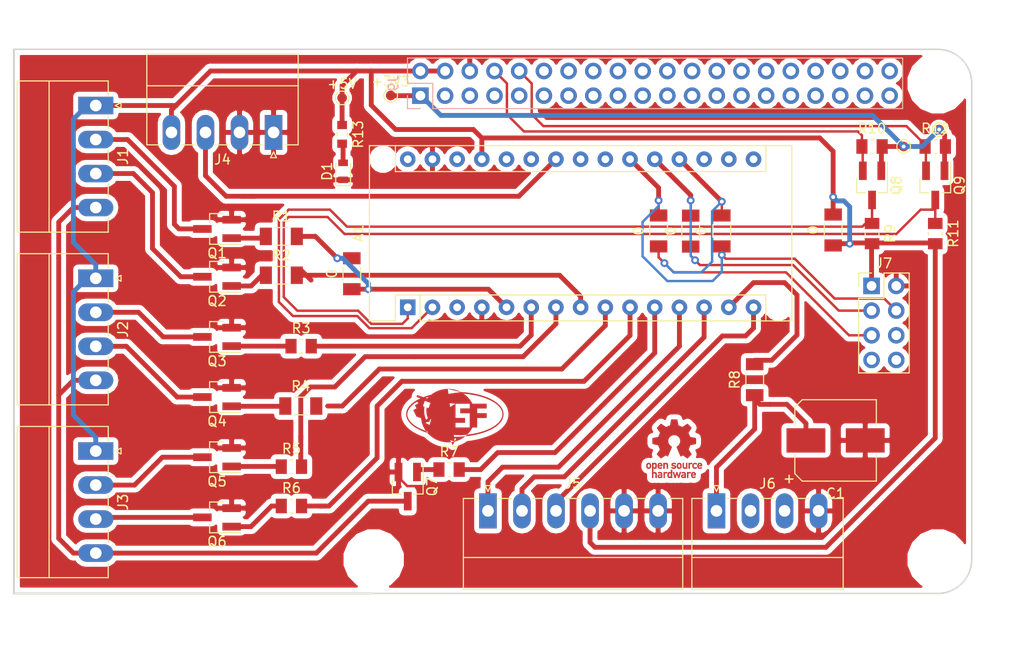
<source format=kicad_pcb>
(kicad_pcb (version 20171130) (host pcbnew 5.0-dev-unknown-d043ef5~62~ubuntu18.04.1)
  (layers (0 F.Cu signal) (31 B.Cu signal) (34 B.Paste user) (35 F.Paste user) (36 B.SilkS user) (37 F.SilkS user) (38 B.Mask user) (39 F.Mask user) (44 Edge.Cuts user))
  (net 0 "")
  (net 1 DirXOut)
  (net 2 Earth)
  (net 3 StepYOut)
  (net 4 DirYOut)
  (net 5 StepZOut)
  (net 6 DirZOut)
  (net 7 StepperENOut)
  (net 8 StepXOut)
  (net 9 DirY)
  (net 10 StepX)
  (net 11 DirX)
  (net 12 StepY)
  (net 13 StepZ)
  (net 14 DirZ)
  (net 15 StepperEN)
  (net 16 Probe)
  (net 17 LimitZ)
  (net 18 SpindlePWM)
  (net 19 LimitY)
  (net 20 LimitX)
  (net 21 +5V)
  (net 22 /Stell_DZ)
  (net 23 "Net-(Q1-Pad1)")
  (net 24 "Net-(Q2-Pad1)")
  (net 25 "Net-(Q3-Pad1)")
  (net 26 "Net-(Q4-Pad1)")
  (net 27 "Net-(Q5-Pad1)")
  (net 28 "Net-(Q6-Pad1)")
  (net 29 "Net-(Q7-Pad1)")
  (net 30 SpindleDir)
  (net 31 "Net-(A1-Pad30)")
  (net 32 "Net-(A1-Pad28)")
  (net 33 "Net-(A1-Pad26)")
  (net 34 "Net-(A1-Pad25)")
  (net 35 "Net-(A1-Pad23)")
  (net 36 CoolantEnable)
  (net 37 CycleStart/Resume)
  (net 38 FeedHold)
  (net 39 Reset/Abort)
  (net 40 "Net-(A1-Pad3)")
  (net 41 "Net-(A1-Pad18)")
  (net 42 "Net-(A1-Pad17)")
  (net 43 "Net-(J6-Pad3)")
  (net 44 "Net-(J6-Pad2)")
  (net 45 "Net-(J9-Pad3)")
  (net 46 "Net-(J9-Pad5)")
  (net 47 "Net-(J9-Pad7)")
  (net 48 "Net-(J9-Pad9)")
  (net 49 "Net-(J9-Pad11)")
  (net 50 "Net-(J9-Pad12)")
  (net 51 "Net-(J9-Pad13)")
  (net 52 "Net-(J9-Pad14)")
  (net 53 "Net-(J9-Pad15)")
  (net 54 "Net-(J9-Pad16)")
  (net 55 "Net-(J9-Pad17)")
  (net 56 "Net-(J9-Pad18)")
  (net 57 "Net-(J9-Pad19)")
  (net 58 "Net-(J9-Pad20)")
  (net 59 "Net-(J9-Pad21)")
  (net 60 "Net-(J9-Pad22)")
  (net 61 "Net-(J9-Pad23)")
  (net 62 "Net-(J9-Pad24)")
  (net 63 "Net-(J9-Pad25)")
  (net 64 "Net-(J9-Pad26)")
  (net 65 "Net-(J9-Pad29)")
  (net 66 "Net-(J9-Pad30)")
  (net 67 "Net-(J9-Pad31)")
  (net 68 "Net-(J9-Pad32)")
  (net 69 "Net-(J9-Pad33)")
  (net 70 "Net-(J9-Pad34)")
  (net 71 "Net-(J9-Pad35)")
  (net 72 "Net-(J9-Pad36)")
  (net 73 "Net-(J9-Pad37)")
  (net 74 "Net-(J9-Pad38)")
  (net 75 "Net-(J9-Pad39)")
  (net 76 "Net-(J9-Pad40)")
  (net 77 RX_5V)
  (net 78 TX_5V)
  (net 79 +3V3)
  (net 80 TXD)
  (net 81 RXD)
  (net 82 /ID_SD)
  (net 83 /ID_SC)
  (net 84 "Net-(D1-Pad2)")
  (net 85 "Net-(J7-Pad6)")
  (net 86 "Net-(J7-Pad7)")
  (net 87 "Net-(J7-Pad8)")
  (module grbl_skycnc_adapter:pi-gpio (layer B.Cu) (at 161.9325 59.5 270)
    (fp_text reference J9 (at 0 26.9 270) (layer B.SilkS) (effects (justify mirror)))
    (fp_text value Conn_02x20_Odd_Even)
    (pad 40 thru_hole oval (at -1.27 -24.13 270) (size 1.7 1.7) (drill 1) (layers *.Cu *.Mask) (net 76 "Net-(J9-Pad40)"))
    (pad 39 thru_hole oval (at 1.27 -24.13 270) (size 1.7 1.7) (drill 1) (layers *.Cu *.Mask) (net 75 "Net-(J9-Pad39)"))
    (pad 38 thru_hole oval (at -1.27 -21.59 270) (size 1.7 1.7) (drill 1) (layers *.Cu *.Mask) (net 74 "Net-(J9-Pad38)"))
    (pad 37 thru_hole oval (at 1.27 -21.59 270) (size 1.7 1.7) (drill 1) (layers *.Cu *.Mask) (net 73 "Net-(J9-Pad37)"))
    (pad 36 thru_hole oval (at -1.27 -19.05 270) (size 1.7 1.7) (drill 1) (layers *.Cu *.Mask) (net 72 "Net-(J9-Pad36)"))
    (pad 35 thru_hole oval (at 1.27 -19.05 270) (size 1.7 1.7) (drill 1) (layers *.Cu *.Mask) (net 71 "Net-(J9-Pad35)"))
    (pad 34 thru_hole oval (at -1.27 -16.51 270) (size 1.7 1.7) (drill 1) (layers *.Cu *.Mask) (net 70 "Net-(J9-Pad34)"))
    (pad 33 thru_hole oval (at 1.27 -16.51 270) (size 1.7 1.7) (drill 1) (layers *.Cu *.Mask) (net 69 "Net-(J9-Pad33)"))
    (pad 32 thru_hole oval (at -1.27 -13.97 270) (size 1.7 1.7) (drill 1) (layers *.Cu *.Mask) (net 68 "Net-(J9-Pad32)"))
    (pad 31 thru_hole oval (at 1.27 -13.97 270) (size 1.7 1.7) (drill 1) (layers *.Cu *.Mask) (net 67 "Net-(J9-Pad31)"))
    (pad 30 thru_hole oval (at -1.27 -11.43 270) (size 1.7 1.7) (drill 1) (layers *.Cu *.Mask) (net 66 "Net-(J9-Pad30)"))
    (pad 29 thru_hole oval (at 1.27 -11.43 270) (size 1.7 1.7) (drill 1) (layers *.Cu *.Mask) (net 65 "Net-(J9-Pad29)"))
    (pad 28 thru_hole oval (at -1.27 -8.89 270) (size 1.7 1.7) (drill 1) (layers *.Cu *.Mask) (net 83 /ID_SC))
    (pad 27 thru_hole oval (at 1.27 -8.89 270) (size 1.7 1.7) (drill 1) (layers *.Cu *.Mask) (net 82 /ID_SD))
    (pad 26 thru_hole oval (at -1.27 -6.35 270) (size 1.7 1.7) (drill 1) (layers *.Cu *.Mask) (net 64 "Net-(J9-Pad26)"))
    (pad 25 thru_hole oval (at 1.27 -6.35 270) (size 1.7 1.7) (drill 1) (layers *.Cu *.Mask) (net 63 "Net-(J9-Pad25)"))
    (pad 24 thru_hole oval (at -1.27 -3.81 270) (size 1.7 1.7) (drill 1) (layers *.Cu *.Mask) (net 62 "Net-(J9-Pad24)"))
    (pad 23 thru_hole oval (at 1.27 -3.81 270) (size 1.7 1.7) (drill 1) (layers *.Cu *.Mask) (net 61 "Net-(J9-Pad23)"))
    (pad 22 thru_hole oval (at -1.27 -1.27 270) (size 1.7 1.7) (drill 1) (layers *.Cu *.Mask) (net 60 "Net-(J9-Pad22)"))
    (pad 21 thru_hole oval (at 1.27 -1.27 270) (size 1.7 1.7) (drill 1) (layers *.Cu *.Mask) (net 59 "Net-(J9-Pad21)"))
    (pad 20 thru_hole oval (at -1.27 1.27 270) (size 1.7 1.7) (drill 1) (layers *.Cu *.Mask) (net 58 "Net-(J9-Pad20)"))
    (pad 19 thru_hole oval (at 1.27 1.27 270) (size 1.7 1.7) (drill 1) (layers *.Cu *.Mask) (net 57 "Net-(J9-Pad19)"))
    (pad 18 thru_hole oval (at -1.27 3.81 270) (size 1.7 1.7) (drill 1) (layers *.Cu *.Mask) (net 56 "Net-(J9-Pad18)"))
    (pad 17 thru_hole oval (at 1.27 3.81 270) (size 1.7 1.7) (drill 1) (layers *.Cu *.Mask) (net 55 "Net-(J9-Pad17)"))
    (pad 16 thru_hole oval (at -1.27 6.35 270) (size 1.7 1.7) (drill 1) (layers *.Cu *.Mask) (net 54 "Net-(J9-Pad16)"))
    (pad 15 thru_hole oval (at 1.27 6.35 270) (size 1.7 1.7) (drill 1) (layers *.Cu *.Mask) (net 53 "Net-(J9-Pad15)"))
    (pad 14 thru_hole oval (at -1.27 8.89 270) (size 1.7 1.7) (drill 1) (layers *.Cu *.Mask) (net 52 "Net-(J9-Pad14)"))
    (pad 13 thru_hole oval (at 1.27 8.89 270) (size 1.7 1.7) (drill 1) (layers *.Cu *.Mask) (net 51 "Net-(J9-Pad13)"))
    (pad 12 thru_hole oval (at -1.27 11.43 270) (size 1.7 1.7) (drill 1) (layers *.Cu *.Mask) (net 50 "Net-(J9-Pad12)"))
    (pad 11 thru_hole oval (at 1.27 11.43 270) (size 1.7 1.7) (drill 1) (layers *.Cu *.Mask) (net 49 "Net-(J9-Pad11)"))
    (pad 10 thru_hole oval (at -1.27 13.97 270) (size 1.7 1.7) (drill 1) (layers *.Cu *.Mask) (net 81 RXD))
    (pad 9 thru_hole oval (at 1.27 13.97 270) (size 1.7 1.7) (drill 1) (layers *.Cu *.Mask) (net 48 "Net-(J9-Pad9)"))
    (pad 8 thru_hole oval (at -1.27 16.51 270) (size 1.7 1.7) (drill 1) (layers *.Cu *.Mask) (net 80 TXD))
    (pad 7 thru_hole oval (at 1.27 16.51 270) (size 1.7 1.7) (drill 1) (layers *.Cu *.Mask) (net 47 "Net-(J9-Pad7)"))
    (pad 6 thru_hole oval (at -1.27 19.05 270) (size 1.7 1.7) (drill 1) (layers *.Cu *.Mask) (net 2 Earth))
    (pad 5 thru_hole oval (at 1.27 19.05 270) (size 1.7 1.7) (drill 1) (layers *.Cu *.Mask) (net 46 "Net-(J9-Pad5)"))
    (pad 4 thru_hole oval (at -1.27 21.59 270) (size 1.7 1.7) (drill 1) (layers *.Cu *.Mask) (net 21 +5V))
    (pad 3 thru_hole oval (at 1.27 21.59 270) (size 1.7 1.7) (drill 1) (layers *.Cu *.Mask) (net 45 "Net-(J9-Pad3)"))
    (pad 2 thru_hole oval (at -1.27 24.13 270) (size 1.7 1.7) (drill 1) (layers *.Cu *.Mask) (net 21 +5V))
    (pad 1 thru_hole rect (at 1.27 24.13 270) (size 1.7 1.7) (drill 1) (layers *.Cu *.Mask) (net 79 +3V3))
  )
  (module Resistor_SMD:R_1206_3216Metric_Pad1.24x1.80mm_HandSolder (layer F.Cu) (at 168.8 74.6925 90)
    (fp_text reference 0 (at 0 -2.117501 90) (layer F.SilkS))
    (fp_text value 0)
    (pad 2 smd rect (at 1.5925 0 90) (size 1.245 1.8) (layers F.Cu F.Paste F.Mask) (net 39 Reset/Abort))
    (pad 1 smd rect (at -1.5925 0 90) (size 1.245 1.8) (layers F.Cu F.Paste F.Mask) (net 37 CycleStart/Resume))
  )
  (module Resistor_SMD:R_1206_3216Metric_Pad1.24x1.80mm_HandSolder (layer F.Cu) (at 165.6 74.7075 90)
    (fp_text reference 0 (at 0 -2.05 90) (layer F.SilkS))
    (fp_text value 0)
    (pad 1 smd rect (at -1.5925 0 90) (size 1.245 1.8) (layers F.Cu F.Paste F.Mask) (net 38 FeedHold))
    (pad 2 smd rect (at 1.5925 0 90) (size 1.245 1.8) (layers F.Cu F.Paste F.Mask) (net 38 FeedHold))
  )
  (module Resistor_SMD:R_1206_3216Metric_Pad1.24x1.80mm_HandSolder (layer F.Cu) (at 162.3 74.6925 90)
    (fp_text reference 0 (at 0 -2.05 90) (layer F.SilkS))
    (fp_text value 0)
    (pad 2 smd rect (at 1.5925 0 90) (size 1.245 1.8) (layers F.Cu F.Paste F.Mask) (net 37 CycleStart/Resume))
    (pad 1 smd rect (at -1.5925 0 90) (size 1.245 1.8) (layers F.Cu F.Paste F.Mask) (net 39 Reset/Abort))
  )
  (module TestPoint:TestPoint_Pad_D1.0mm (layer F.Cu) (at 129.75 61)
    (fp_text reference +5V (at 0 -1.448) (layer F.SilkS))
    (fp_text value +5V)
    (pad 1 smd circle (at 0 0) (size 1 1) (layers F.Cu F.Mask) (net 21 +5V))
  )
  (module TestPoint:TestPoint_Pad_D1.0mm (layer F.Cu) (at 134.75 60.75)
    (fp_text reference +3V3 (at 0 -1.448) (layer F.SilkS))
    (fp_text value +3V3)
    (pad 1 smd circle (at 0 0) (size 1 1) (layers F.Cu F.Mask) (net 79 +3V3))
  )
  (module TestPoint:TestPoint_Pad_D1.0mm (layer F.Cu) (at 191.15 64.25)
    (fp_text reference +3V3 hide)
    (fp_text value TestPoint_Pad_D1.0mm)
    (pad 1 smd circle (at 0 0) (size 1 1) (layers F.Cu F.Mask) (net 79 +3V3))
  )
  (module Resistor_SMD:R_1206_3216Metric_Pad1.24x1.80mm_HandSolder (layer F.Cu) (at 180.25 74.5925 90)
    (fp_text reference 0 (at 0 -2.05 90) (layer F.SilkS))
    (fp_text value 0)
    (pad 1 smd rect (at -1.5925 0 90) (size 1.245 1.8) (layers F.Cu F.Paste F.Mask) (net 21 +5V))
    (pad 2 smd rect (at 1.5925 0 90) (size 1.245 1.8) (layers F.Cu F.Paste F.Mask) (net 21 +5V))
  )
  (module RPi_Hat:RPi_Hat_Mounting_Hole (layer F.Cu) (at 191 59.5)
    (fp_text reference "" hide)
    (fp_text value "" hide)
    (pad "" np_thru_hole circle (at 0 0) (size 2.75 2.75) (drill 2.75) (layers *.Cu *.Mask) (clearance 1.725))
  )
  (module RPi_Hat:RPi_Hat_Mounting_Hole (layer F.Cu) (at 191 108.5)
    (fp_text reference "" hide)
    (fp_text value "" hide)
    (pad "" np_thru_hole circle (at 0 0) (size 2.75 2.75) (drill 2.75) (layers *.Cu *.Mask) (clearance 1.725))
  )
  (module RPi_Hat:RPi_Hat_Mounting_Hole (layer F.Cu) (at 133 108.5)
    (fp_text reference "" hide)
    (fp_text value "" hide)
    (pad "" np_thru_hole circle (at 0 0) (size 2.75 2.75) (drill 2.75) (layers *.Cu *.Mask) (clearance 1.725))
  )
  (module Capacitors_SMD:CP_Elec_8x10 (layer F.Cu) (at 180.5 96.25)
    (fp_text reference C1 (at 0 5.45) (layer F.SilkS))
    (fp_text value 1uF)
    (fp_text user + (at -4.78 3.9) (layer F.SilkS))
    (pad 2 smd rect (at 3.05 0 180) (size 4 2.5) (layers F.Cu F.Paste F.Mask) (net 2 Earth))
    (pad 1 smd rect (at -3.05 0 180) (size 4 2.5) (layers F.Cu F.Paste F.Mask) (net 22 /Stell_DZ))
  )
  (module Resistor_SMD:R_1206_3216Metric_Pad1.24x1.80mm_HandSolder (layer F.Cu) (at 130.75 79.0925 90)
    (fp_text reference 0 (at 0 -2.05 90) (layer F.SilkS))
    (fp_text value 0)
    (pad 2 smd rect (at 1.5925 0 90) (size 1.245 1.8) (layers F.Cu F.Paste F.Mask) (net 10 StepX))
    (pad 1 smd rect (at -1.5925 0 90) (size 1.245 1.8) (layers F.Cu F.Paste F.Mask) (net 10 StepX))
  )
  (module TestPoint:TestPoint_Pad_D1.0mm (layer F.Cu) (at 187.5 66)
    (fp_text reference +3V3 hide)
    (fp_text value TestPoint_Pad_D1.0mm)
    (pad 1 smd circle (at 0 0) (size 1 1) (layers F.Cu F.Mask) (net 79 +3V3))
  )
  (module Connector_PinHeader_2.54mm:PinHeader_2x04_P2.54mm_Vertical (layer F.Cu) (at 184.2 80.35)
    (fp_text reference J7 (at 1.27 -2.33) (layer F.SilkS))
    (fp_text value Conn_01x04)
    (pad 1 thru_hole rect (at 0 0) (size 1.7 1.7) (drill 1) (layers *.Cu *.Mask) (net 21 +5V))
    (pad 2 thru_hole oval (at 2.54 0) (size 1.7 1.7) (drill 1) (layers *.Cu *.Mask) (net 2 Earth))
    (pad 3 thru_hole oval (at 0 2.54) (size 1.7 1.7) (drill 1) (layers *.Cu *.Mask) (net 38 FeedHold))
    (pad 4 thru_hole oval (at 2.54 2.54) (size 1.7 1.7) (drill 1) (layers *.Cu *.Mask) (net 37 CycleStart/Resume))
    (pad 5 thru_hole oval (at 0 5.08) (size 1.7 1.7) (drill 1) (layers *.Cu *.Mask) (net 39 Reset/Abort))
    (pad 6 thru_hole oval (at 2.54 5.08) (size 1.7 1.7) (drill 1) (layers *.Cu *.Mask) (net 85 "Net-(J7-Pad6)"))
    (pad 7 thru_hole oval (at 0 7.62) (size 1.7 1.7) (drill 1) (layers *.Cu *.Mask) (net 86 "Net-(J7-Pad7)"))
    (pad 8 thru_hole oval (at 2.54 7.62) (size 1.7 1.7) (drill 1) (layers *.Cu *.Mask) (net 87 "Net-(J7-Pad8)"))
  )
  (module grbl_skycnc_adapter:sf_logo (layer F.Cu) (at 159.85 118.65)
    (fp_text reference G*** hide)
    (fp_text value LOGO hide)
  )
  (module grbl_skycnc_adapter:sf_logo (layer F.Cu) (at 141.35 94)
    (fp_text reference Ref** hide)
    (fp_text value Val** hide)
    (fp_poly (pts (xy -0.737053 -3.053545) (xy -0.966405 -3.040411) (xy -1.1939 -3.008578) (xy -1.418078 -2.958532) (xy -1.63748 -2.890759) (xy -1.850646 -2.805744) (xy -2.056117 -2.703971) (xy -2.252435 -2.585927) (xy -2.438139 -2.452097) (xy -2.647235 -2.395054) (xy -2.849702 -2.333466) (xy -3.045184 -2.267589) (xy -3.233327 -2.197679) (xy -3.25994 -2.20726) (xy -3.880549 -2.422291) (xy -3.947613 -2.229615) (xy -3.518616 -2.081648) (xy -3.93271 -1.880456) (xy -3.931645 -1.879391) (xy -4.084748 -1.785571) (xy -4.226262 -1.688702) (xy -4.356193 -1.588976) (xy -4.474545 -1.486587) (xy -4.577839 -1.385284) (xy -4.670289 -1.281583) (xy -4.751742 -1.175606) (xy -4.822046 -1.067474) (xy -4.881046 -0.957308) (xy -4.928591 -0.845229) (xy -4.964528 -0.731359) (xy -4.988703 -0.615819) (xy -4.999113 -0.528067) (xy -5.002542 -0.440175) (xy -5.002542 -0.435917) (xy -5.002542 -0.430594) (xy -4.997458 -0.337068) (xy -4.984509 -0.243837) (xy -4.963771 -0.151095) (xy -4.935323 -0.059032) (xy -4.899244 0.032161) (xy -4.85561 0.12229) (xy -4.804501 0.211165) (xy -4.745995 0.298595) (xy -4.662795 0.405599) (xy -4.568206 0.510517) (xy -4.462181 0.613264) (xy -4.344675 0.713753) (xy -4.215651 0.811868) (xy -4.075082 0.907463) (xy -3.922939 1.000412) (xy -3.759195 1.09059) (xy -3.541998 1.197384) (xy -3.31356 1.296549) (xy -3.074812 1.388008) (xy -2.826685 1.471684) (xy -2.904964 1.376007) (xy -2.97891 1.276879) (xy -3.175195 1.205694) (xy -3.364615 1.129499) (xy -3.546673 1.04822) (xy -3.720872 0.961784) (xy -3.881071 0.873481) (xy -4.029349 0.782725) (xy -4.165737 0.689802) (xy -4.290267 0.595002) (xy -4.402968 0.498612) (xy -4.503872 0.400921) (xy -4.593011 0.302218) (xy -4.670415 0.202789) (xy -4.723867 0.123229) (xy -4.769975 0.043839) (xy -4.808843 -0.035392) (xy -4.840574 -0.114474) (xy -4.865274 -0.193418) (xy -4.883045 -0.272235) (xy -4.893993 -0.350935) (xy -4.89822 -0.429529) (xy -4.897155 -0.429529) (xy -4.891092 -0.534884) (xy -4.873327 -0.639623) (xy -4.843962 -0.743621) (xy -4.803099 -0.846753) (xy -4.750841 -0.948895) (xy -4.687288 -1.049923) (xy -4.612542 -1.149712) (xy -4.526706 -1.248137) (xy -4.390828 -1.380909) (xy -4.235554 -1.509475) (xy -4.061655 -1.63325) (xy -3.869904 -1.75165) (xy -3.768775 -1.543006) (xy -4.10516 -1.380136) (xy -3.94229 -1.043751) (xy -4.278675 -0.879817) (xy -3.951871 -0.207047) (xy -3.479229 -0.044177) (xy -3.455088 0.132698) (xy -3.419375 0.307639) (xy -3.372352 0.479954) (xy -3.314281 0.648952) (xy -3.245426 0.813941) (xy -3.166049 0.97423) (xy -3.076413 1.129128) (xy -2.976781 1.277943) (xy -2.944845 1.288588) (xy -2.817104 1.330104) (xy -2.780911 1.341814) (xy -2.58717 1.399297) (xy -2.579719 1.401426) (xy -2.417913 1.444007) (xy -2.178399 1.50149) (xy -1.9804 1.543006) (xy -1.967626 1.545135) (xy -1.80582 1.576006) (xy -1.695111 1.595167) (xy -1.580144 1.613264) (xy -1.515209 1.623909) (xy -1.315082 1.650522) (xy -1.446896 1.59751) (xy -1.576634 1.537378) (xy -1.703935 1.470403) (xy -1.828438 1.396866) (xy -1.94978 1.317047) (xy -2.067602 1.231224) (xy -2.181541 1.139677) (xy -2.291237 1.042687) (xy -2.202882 0.959655) (xy -2.114528 0.875559) (xy -2.012217 0.964741) (xy -1.906032 1.048846) (xy -1.796367 1.127575) (xy -1.683619 1.200631) (xy -1.568183 1.267716) (xy -1.450453 1.328532) (xy -1.330826 1.382782) (xy -1.209695 1.430168) (xy -1.128792 1.45891) (xy -1.121341 1.461039) (xy -1.040438 1.487652) (xy -1.025535 1.49191) (xy -0.943568 1.517458) (xy -0.896729 1.530232) (xy -0.808375 1.553651) (xy -0.687021 1.582393) (xy -0.560344 1.609006) (xy -0.548635 1.611135) (xy -0.415571 1.634554) (xy -0.267604 1.656909) (xy -0.264411 1.656909) (xy 0.027265 1.686715) (xy 0.041103 1.687779) (xy 0.127328 1.693102) (xy 0.256134 1.699489) (xy 0.267844 1.699489) (xy 0.420069 1.702683) (xy 0.5031 1.703747) (xy 0.641486 1.702683) (xy 0.770292 1.698425) (xy 0.875678 1.694166) (xy 1.058774 1.683521) (xy 1.063032 1.683521) (xy 1.207805 1.668618) (xy 1.247192 1.66436) (xy 1.408756 1.496212) (xy 1.555519 1.315273) (xy 1.686504 1.122855) (xy 1.800737 0.920268) (xy 2.287218 0.920268) (xy 2.287218 -0.05908) (xy 3.265502 -0.060145) (xy 3.265502 -0.549819) (xy 2.287218 -0.549819) (xy 2.287218 -1.039493) (xy 3.265502 -1.039493) (xy 3.265502 -1.529168) (xy 1.798608 -1.529168) (xy 1.712618 -1.685473) (xy 1.616571 -1.835931) (xy 1.510957 -1.979993) (xy 1.396265 -2.117111) (xy 1.272986 -2.246736) (xy 1.141608 -2.368318) (xy 1.002622 -2.48131) (xy 0.856517 -2.585161) (xy 0.759647 -2.646902) (xy 0.75326 -2.650096) (xy 0.745808 -2.654354) (xy 0.629777 -2.719289) (xy 0.621261 -2.724611) (xy 0.61168 -2.729934) (xy 0.610616 -2.729934) (xy 0.467372 -2.800091) (xy 0.320293 -2.861986) (xy 0.169878 -2.915489) (xy 0.016632 -2.960466) (xy -0.138944 -2.996786) (xy -0.296349 -3.024317) (xy -0.45508 -3.042925) (xy -0.614634 -3.05248) (xy -0.737053 -3.053545) (xy 0.643615 -2.727805) (xy 0.77748 -2.651967) (xy 0.906549 -2.569193) (xy 1.275534 -2.531937) (xy 1.63345 -2.482513) (xy 1.9791 -2.421435) (xy 2.311293 -2.349217) (xy 2.628833 -2.266373) (xy 2.930527 -2.173418) (xy 3.215179 -2.070865) (xy 3.481597 -1.959229) (xy 3.643792 -1.882385) (xy 3.797567 -1.802162) (xy 3.942589 -1.71876) (xy 4.078528 -1.632372) (xy 4.205052 -1.543198) (xy 4.321829 -1.451431) (xy 4.428527 -1.35727) (xy 4.524816 -1.260911) (xy 4.610314 -1.162814) (xy 4.684778 -1.063378) (xy 4.748088 -0.962705) (xy 4.800125 -0.860901) (xy 4.840768 -0.758068) (xy 4.869897 -0.65431) (xy 4.887394 -0.54973) (xy 4.893136 -0.444433) (xy 4.888833 -0.357054) (xy 4.876158 -0.269419) (xy 4.855047 -0.181612) (xy 4.825433 -0.093716) (xy 4.787249 -0.005815) (xy 4.740431 0.082007) (xy 4.68491 0.169666) (xy 4.620622 0.257079) (xy 4.625945 0.264531) (xy 4.513626 0.394722) (xy 4.382473 0.52223) (xy 4.232934 0.646431) (xy 4.065453 0.7667) (xy 3.880479 0.882413) (xy 3.678456 0.992947) (xy 3.459831 1.097676) (xy 3.22505 1.195976) (xy 3.003492 1.277638) (xy 2.774469 1.352504) (xy 2.538636 1.420594) (xy 2.296646 1.481929) (xy 2.049153 1.536527) (xy 1.79681 1.584409) (xy 1.540272 1.625594) (xy 1.280192 1.660102) (xy 1.191496 1.742384) (xy 1.099225 1.820843) (xy 1.387002 1.787576) (xy 1.671138 1.746322) (xy 1.950818 1.697046) (xy 2.225225 1.639711) (xy 2.493542 1.574279) (xy 2.754954 1.500715) (xy 3.008642 1.418981) (xy 3.253792 1.32904) (xy 3.553561 1.201901) (xy 3.828336 1.064624) (xy 3.956015 0.992315) (xy 4.077044 0.917629) (xy 4.191288 0.84062) (xy 4.298614 0.761338) (xy 4.398887 0.679838) (xy 4.491973 0.596172) (xy 4.577739 0.510391) (xy 4.65605 0.42255) (xy 4.726773 0.332701) (xy 4.789774 0.240896) (xy 4.844918 0.147187) (xy 4.892072 0.051629) (xy 4.885685 0.046306) (xy 4.933774 -0.073693) (xy 4.968726 -0.195465) (xy 4.9901 -0.318769) (xy 4.997458 -0.443368) (xy 4.990647 -0.568486) (xy 4.970158 -0.69122) (xy 4.936524 -0.811406) (xy 4.890274 -0.928882) (xy 4.831941 -1.043485) (xy 4.762055 -1.155052) (xy 4.681148 -1.26342) (xy 4.589751 -1.368427) (xy 4.488204 -1.470195) (xy 4.376686 -1.568893) (xy 4.255491 -1.664425) (xy 4.124911 -1.756694) (xy 3.985239 -1.845606) (xy 3.836768 -1.931063) (xy 3.679789 -2.012969) (xy 3.514597 -2.091228) (xy 3.219039 -2.214353) (xy 2.902468 -2.326309) (xy 2.566345 -2.426459) (xy 2.212133 -2.514166) (xy 1.841292 -2.588791) (xy 1.455285 -2.649698) (xy 1.055572 -2.696248) (xy 0.643615 -2.727805) (xy -2.671266 -2.245582) (xy -2.758509 -2.155929) (xy -2.841588 -2.062487) (xy -3.0332 -2.128486) (xy -2.855311 -2.188821) (xy -2.671266 -2.245582) (xy -3.101328 -1.826166) (xy -2.510525 -1.62178) (xy -2.702137 -1.066106) (xy -2.900136 -1.134235) (xy -2.92129 -0.991537) (xy -2.930695 -0.849443) (xy -2.92879 -0.708227) (xy -2.916013 -0.568168) (xy -2.892802 -0.42954) (xy -2.859594 -0.292621) (xy -2.816829 -0.157688) (xy -2.764943 -0.025016) (xy -2.960813 0.129338) (xy -3.025925 -0.028479) (xy -3.07971 -0.190244) (xy -3.121515 -0.35541) (xy -3.150684 -0.523427) (xy -3.166566 -0.693744) (xy -3.168505 -0.865813) (xy -3.155848 -1.039085) (xy -3.127941 -1.213008) (xy -3.294004 -1.270492) (xy -3.101328 -1.826166) (xy 0.061329 -1.529168) (xy 1.530352 -1.528103) (xy 1.530352 -1.039493) (xy 0.549939 -1.039493) (xy 0.549939 -0.549819) (xy 1.530352 -0.548755) (xy 1.530352 0.919204) (xy 0.060264 0.920268) (xy 0.060264 0.430594) (xy 1.039613 0.430594) (xy 1.039613 -0.05908) (xy 0.060264 -0.060145) (xy 0.061329 -1.529168) (xy -2.426429 0.017564) (xy -2.334881 0.787205) (xy -3.037458 0.448691) (xy -2.922491 0.367788) (xy -2.65317 0.344369) (xy -2.540332 0.098467) (xy -2.426429 0.017564) (xy -2.82562 1.471684) (xy -2.742311 1.563642) (xy -2.654851 1.651704) (xy -2.563455 1.735753) (xy -2.468338 1.81567) (xy -2.369716 1.891337) (xy -2.267802 1.962638) (xy -2.162813 2.029453) (xy -2.054963 2.091665) (xy -1.944466 2.149157) (xy -1.831538 2.201809) (xy -1.716394 2.249506) (xy -1.599249 2.292128) (xy -1.480317 2.329558) (xy -1.359814 2.361678) (xy -1.237955 2.38837) (xy -1.114954 2.409517) (xy -0.919084 2.431871) (xy -0.84031 2.437194) (xy -0.721115 2.441281) (xy -0.60186 2.440387) (xy -0.597602 2.440387) (xy -0.594409 2.440387) (xy -0.388959 2.42442) (xy -0.599731 2.046519) (xy -0.459216 2.046519) (xy -0.225024 2.114648) (xy 0.008103 2.046519) (xy 0.148619 2.046519) (xy -0.021703 2.362678) (xy 0.027265 2.349904) (xy 0.027265 2.347775) (xy 0.167902 2.306496) (xy 0.306141 2.257944) (xy 0.441623 2.202301) (xy 0.573991 2.139747) (xy 0.702887 2.070463) (xy 0.827953 1.99463) (xy 0.94883 1.912427) (xy 1.065161 1.824037) (xy 1.036419 1.826166) (xy 0.841614 1.843198) (xy 0.737292 1.850649) (xy 0.609551 1.858101) (xy 0.491391 1.864488) (xy 0.368972 1.868746) (xy 0.25507 1.87194) (xy 0.232715 1.873004) (xy 0.027265 1.875133) (xy 0.017684 1.875133) (xy -0.103346 1.875622) (xy -0.222895 1.873004) (xy -0.35383 1.869811) (xy -0.643833 1.85557) (xy -0.931858 1.833617) (xy -0.933987 1.834682) (xy -0.977632 1.830424) (xy -1.176695 1.810198) (xy -1.190534 1.808069) (xy -1.401307 1.781456) (xy -1.451339 1.775069) (xy -1.609951 1.75165) (xy -1.713208 1.734618) (xy -1.832433 1.713328) (xy -1.950594 1.692037) (xy -2.03469 1.675005) (xy -2.17627 1.645199) (xy -2.259301 1.626038) (xy -2.408333 1.589845) (xy -2.493493 1.56749) (xy -2.715976 1.504684) (xy -2.747911 1.495103) (xy -2.82562 1.471684) (xy -0.02809 2.373323) (xy -0.203947 2.409155) (xy -0.383636 2.434) (xy -0.219702 2.727805) (xy -0.02809 2.373323)) (layer F.Cu) (width 0.01))
  )
  (module Symbol:OSHW-Logo_5.7x6mm_Copper (layer F.Cu) (at 163.9 97.1)
    (fp_text reference REF** hide)
    (fp_text value OSHW-Logo_5.7x6mm_Copper hide)
    (fp_poly (pts (xy 0.376964 -2.709982) (xy 0.433812 -2.40843) (xy 0.853338 -2.235488) (xy 1.104984 -2.406605) (xy 1.175458 -2.45425) (xy 1.239163 -2.49679) (xy 1.293126 -2.532285) (xy 1.334373 -2.55879) (xy 1.359934 -2.574364) (xy 1.366895 -2.577722) (xy 1.379435 -2.569086) (xy 1.406231 -2.545208) (xy 1.44428 -2.509141) (xy 1.490579 -2.463933) (xy 1.542123 -2.412636) (xy 1.595909 -2.358299) (xy 1.648935 -2.303972) (xy 1.698195 -2.252705) (xy 1.740687 -2.207549) (xy 1.773407 -2.171554) (xy 1.793351 -2.14777) (xy 1.798119 -2.13981) (xy 1.791257 -2.125135) (xy 1.77202 -2.092986) (xy 1.74243 -2.046508) (xy 1.70451 -1.988844) (xy 1.660282 -1.92314) (xy 1.634654 -1.885664) (xy 1.587941 -1.817232) (xy 1.546432 -1.75548) (xy 1.51214 -1.703481) (xy 1.48708 -1.664308) (xy 1.473264 -1.641035) (xy 1.471188 -1.636145) (xy 1.475895 -1.622245) (xy 1.488723 -1.58985) (xy 1.507738 -1.543515) (xy 1.531003 -1.487794) (xy 1.556584 -1.427242) (xy 1.582545 -1.366414) (xy 1.60695 -1.309864) (xy 1.627863 -1.262148) (xy 1.643349 -1.227819) (xy 1.651472 -1.211432) (xy 1.651952 -1.210788) (xy 1.664707 -1.207659) (xy 1.698677 -1.200679) (xy 1.75034 -1.190533) (xy 1.816176 -1.177908) (xy 1.892664 -1.163491) (xy 1.93729 -1.155177) (xy 2.019021 -1.139616) (xy 2.092843 -1.124808) (xy 2.155021 -1.111564) (xy 2.201822 -1.100695) (xy 2.229509 -1.093011) (xy 2.235074 -1.090573) (xy 2.240526 -1.07407) (xy 2.244924 -1.0368) (xy 2.248272 -0.98312) (xy 2.250574 -0.917388) (xy 2.251832 -0.843963) (xy 2.252048 -0.767204) (xy 2.251227 -0.691468) (xy 2.249371 -0.621114) (xy 2.246482 -0.5605) (xy 2.242565 -0.513984) (xy 2.237622 -0.485925) (xy 2.234657 -0.480084) (xy 2.216934 -0.473083) (xy 2.179381 -0.463073) (xy 2.126964 -0.451231) (xy 2.064652 -0.438733) (xy 2.0429 -0.43469) (xy 1.938024 -0.41548) (xy 1.85518 -0.400009) (xy 1.79163 -0.387663) (xy 1.744637 -0.377827) (xy 1.711463 -0.369886) (xy 1.689371 -0.363224) (xy 1.675624 -0.357227) (xy 1.667484 -0.351281) (xy 1.666345 -0.350106) (xy 1.654977 -0.331174) (xy 1.637635 -0.294331) (xy 1.61605 -0.244087) (xy 1.591954 -0.184954) (xy 1.567079 -0.121444) (xy 1.543157 -0.058068) (xy 1.521919 0.000662) (xy 1.505097 0.050235) (xy 1.494422 0.086139) (xy 1.491627 0.103862) (xy 1.49186 0.104483) (xy 1.501331 0.11897) (xy 1.522818 0.150844) (xy 1.554063 0.196789) (xy 1.592807 0.253485) (xy 1.636793 0.317617) (xy 1.649319 0.335842) (xy 1.693984 0.401914) (xy 1.733288 0.4622) (xy 1.765088 0.513235) (xy 1.787245 0.55156) (xy 1.797617 0.573711) (xy 1.798119 0.576432) (xy 1.789405 0.590736) (xy 1.765325 0.619072) (xy 1.728976 0.658396) (xy 1.683453 0.705661) (xy 1.631852 0.757823) (xy 1.577267 0.811835) (xy 1.522794 0.864653) (xy 1.471529 0.913231) (xy 1.426567 0.954523) (xy 1.391004 0.985485) (xy 1.367935 1.00307) (xy 1.361554 1.005941) (xy 1.346699 0.999178) (xy 1.316286 0.980939) (xy 1.275268 0.954297) (xy 1.243709 0.932852) (xy 1.186525 0.893503) (xy 1.118806 0.847171) (xy 1.05088 0.800913) (xy 1.014361 0.776155) (xy 0.890752 0.692547) (xy 0.786991 0.74865) (xy 0.73972 0.773228) (xy 0.699523 0.792331) (xy 0.672326 0.803227) (xy 0.665402 0.804743) (xy 0.657077 0.793549) (xy 0.640654 0.761917) (xy 0.617357 0.712765) (xy 0.588414 0.64901) (xy 0.55505 0.573571) (xy 0.518491 0.489364) (xy 0.479964 0.399308) (xy 0.440694 0.306321) (xy 0.401908 0.21332) (xy 0.36483 0.123223) (xy 0.330689 0.038948) (xy 0.300708 -0.036587) (xy 0.276116 -0.100466) (xy 0.258136 -0.149769) (xy 0.247997 -0.181579) (xy 0.246366 -0.192504) (xy 0.259291 -0.206439) (xy 0.287589 -0.22906) (xy 0.325346 -0.255667) (xy 0.328515 -0.257772) (xy 0.4261 -0.335886) (xy 0.504786 -0.427018) (xy 0.563891 -0.528255) (xy 0.602732 -0.636682) (xy 0.620628 -0.749386) (xy 0.616897 -0.863452) (xy 0.590857 -0.975966) (xy 0.541825 -1.084015) (xy 0.5274 -1.107655) (xy 0.452369 -1.203113) (xy 0.36373 -1.279768) (xy 0.264549 -1.33722) (xy 0.157895 -1.375071) (xy 0.046836 -1.392922) (xy -0.065561 -1.390375) (xy -0.176227 -1.36703) (xy -0.282094 -1.32249) (xy -0.380095 -1.256355) (xy -0.41041 -1.229513) (xy -0.487562 -1.145488) (xy -0.543782 -1.057034) (xy -0.582347 -0.957885) (xy -0.603826 -0.859697) (xy -0.609128 -0.749303) (xy -0.591448 -0.63836) (xy -0.552581 -0.530619) (xy -0.494323 -0.429831) (xy -0.418469 -0.339744) (xy -0.326817 -0.264108) (xy -0.314772 -0.256136) (xy -0.276611 -0.230026) (xy -0.247601 -0.207405) (xy -0.233732 -0.192961) (xy -0.233531 -0.192504) (xy -0.236508 -0.176879) (xy -0.248311 -0.141418) (xy -0.267714 -0.089038) (xy -0.293488 -0.022655) (xy -0.324409 0.054814) (xy -0.359249 0.14045) (xy -0.396783 0.231337) (xy -0.435783 0.324559) (xy -0.475023 0.417197) (xy -0.513276 0.506335) (xy -0.549317 0.589055) (xy -0.581917 0.662441) (xy -0.609852 0.723575) (xy -0.631895 0.769541) (xy -0.646818 0.797421) (xy -0.652828 0.804743) (xy -0.671191 0.799041) (xy -0.705552 0.783749) (xy -0.749984 0.761599) (xy -0.774417 0.74865) (xy -0.878178 0.692547) (xy -1.001787 0.776155) (xy -1.064886 0.818987) (xy -1.13397 0.866122) (xy -1.198707 0.910503) (xy -1.231134 0.932852) (xy -1.276741 0.963477) (xy -1.31536 0.987747) (xy -1.341952 1.002587) (xy -1.35059 1.005724) (xy -1.363161 0.997261) (xy -1.390984 0.973636) (xy -1.431361 0.937302) (xy -1.481595 0.890711) (xy -1.538988 0.836317) (xy -1.575286 0.801392) (xy -1.63879 0.738996) (xy -1.693673 0.683188) (xy -1.737714 0.636354) (xy -1.768695 0.600882) (xy -1.784398 0.579161) (xy -1.785905 0.574752) (xy -1.778914 0.557985) (xy -1.759594 0.524082) (xy -1.730091 0.476476) (xy -1.692545 0.418599) (xy -1.6491 0.353884) (xy -1.636745 0.335842) (xy -1.591727 0.270267) (xy -1.55134 0.211228) (xy -1.51784 0.162042) (xy -1.493486 0.126028) (xy -1.480536 0.106502) (xy -1.479285 0.104483) (xy -1.481156 0.088922) (xy -1.491087 0.054709) (xy -1.507347 0.006355) (xy -1.528205 -0.051629) (xy -1.551927 -0.11473) (xy -1.576784 -0.178437) (xy -1.601042 -0.238239) (xy -1.622971 -0.289624) (xy -1.640838 -0.328081) (xy -1.652913 -0.349098) (xy -1.653771 -0.350106) (xy -1.661154 -0.356112) (xy -1.673625 -0.362052) (xy -1.69392 -0.36854) (xy -1.724778 -0.376191) (xy -1.768934 -0.38562) (xy -1.829126 -0.397441) (xy -1.908093 -0.412271) (xy -2.00857 -0.430723) (xy -2.030325 -0.43469) (xy -2.094802 -0.447147) (xy -2.151011 -0.459334) (xy -2.193987 -0.470074) (xy -2.21876 -0.478191) (xy -2.222082 -0.480084) (xy -2.227556 -0.496862) (xy -2.232006 -0.534355) (xy -2.235428 -0.588206) (xy -2.237819 -0.654056) (xy -2.239177 -0.727547) (xy -2.239499 -0.80432) (xy -2.238781 -0.880017) (xy -2.237021 -0.95028) (xy -2.234216 -1.01075) (xy -2.230362 -1.05707) (xy -2.225457 -1.084881) (xy -2.2225 -1.090573) (xy -2.206037 -1.096314) (xy -2.168551 -1.105655) (xy -2.113775 -1.117785) (xy -2.045445 -1.131893) (xy -1.967294 -1.14717) (xy -1.924716 -1.155177) (xy -1.843929 -1.170279) (xy -1.771887 -1.18396) (xy -1.712111 -1.195533) (xy -1.668121 -1.204313) (xy -1.643439 -1.209613) (xy -1.639377 -1.210788) (xy -1.632511 -1.224035) (xy -1.617998 -1.255943) (xy -1.597771 -1.301953) (xy -1.573766 -1.357508) (xy -1.547918 -1.418047) (xy -1.52216 -1.479014) (xy -1.498427 -1.535849) (xy -1.478654 -1.583994) (xy -1.464776 -1.61889) (xy -1.458726 -1.635979) (xy -1.458614 -1.636726) (xy -1.465472 -1.650207) (xy -1.484698 -1.68123) (xy -1.514272 -1.726711) (xy -1.552173 -1.783568) (xy -1.59638 -1.848717) (xy -1.622079 -1.886138) (xy -1.668907 -1.954753) (xy -1.710499 -2.017048) (xy -1.744825 -2.069871) (xy -1.769857 -2.110073) (xy -1.783565 -2.1345) (xy -1.785544 -2.139976) (xy -1.777034 -2.152722) (xy -1.753507 -2.179937) (xy -1.717968 -2.218572) (xy -1.673423 -2.265577) (xy -1.622877 -2.317905) (xy -1.569336 -2.372505) (xy -1.515805 -2.42633) (xy -1.465289 -2.47633) (xy -1.420794 -2.519457) (xy -1.385325 -2.552661) (xy -1.361887 -2.572894) (xy -1.354046 -2.577722) (xy -1.34128 -2.570933) (xy -1.310744 -2.551858) (xy -1.26541 -2.522439) (xy -1.208244 -2.484619) (xy -1.142216 -2.440339) (xy -1.09241 -2.406605) (xy -0.840764 -2.235488) (xy -0.631001 -2.321959) (xy -0.421237 -2.40843) (xy -0.364389 -2.709982) (xy -0.30754 -3.011534) (xy 0.320115 -3.011534) (xy 0.376964 -2.709982)) (layer F.Cu) (width 0.01))
    (fp_poly (pts (xy 1.79946 1.45803) (xy 1.842711 1.471245) (xy 1.870558 1.487941) (xy 1.879629 1.501145) (xy 1.877132 1.516797) (xy 1.860931 1.541385) (xy 1.847232 1.5588) (xy 1.818992 1.590283) (xy 1.797775 1.603529) (xy 1.779688 1.602664) (xy 1.726035 1.58901) (xy 1.68663 1.58963) (xy 1.654632 1.605104) (xy 1.64389 1.614161) (xy 1.609505 1.646027) (xy 1.609505 2.062179) (xy 1.471188 2.062179) (xy 1.471188 1.458614) (xy 1.540347 1.458614) (xy 1.581869 1.460256) (xy 1.603291 1.466087) (xy 1.609502 1.477461) (xy 1.609505 1.477798) (xy 1.612439 1.489713) (xy 1.625704 1.488159) (xy 1.644084 1.479563) (xy 1.682046 1.463568) (xy 1.712872 1.453945) (xy 1.752536 1.451478) (xy 1.79946 1.45803)) (layer F.Cu) (width 0.01))
    (fp_poly (pts (xy -0.754012 1.469002) (xy -0.722717 1.48395) (xy -0.692409 1.505541) (xy -0.669318 1.530391) (xy -0.6525 1.562087) (xy -0.641006 1.604214) (xy -0.633891 1.660358) (xy -0.630207 1.734106) (xy -0.629008 1.829044) (xy -0.628989 1.838985) (xy -0.628713 2.062179) (xy -0.76703 2.062179) (xy -0.76703 1.856418) (xy -0.767128 1.780189) (xy -0.767809 1.724939) (xy -0.769651 1.686501) (xy -0.773233 1.660706) (xy -0.779132 1.643384) (xy -0.787927 1.630368) (xy -0.80018 1.617507) (xy -0.843047 1.589873) (xy -0.889843 1.584745) (xy -0.934424 1.602217) (xy -0.949928 1.615221) (xy -0.96131 1.627447) (xy -0.969481 1.64054) (xy -0.974974 1.658615) (xy -0.97832 1.685787) (xy -0.980051 1.72617) (xy -0.980697 1.783879) (xy -0.980792 1.854132) (xy -0.980792 2.062179) (xy -1.119109 2.062179) (xy -1.119109 1.458614) (xy -1.04995 1.458614) (xy -1.008428 1.460256) (xy -0.987006 1.466087) (xy -0.980795 1.477461) (xy -0.980792 1.477798) (xy -0.97791 1.488938) (xy -0.965199 1.487674) (xy -0.939926 1.475434) (xy -0.882605 1.457424) (xy -0.817037 1.455421) (xy -0.754012 1.469002)) (layer F.Cu) (width 0.01))
    (fp_poly (pts (xy 2.677898 1.456457) (xy 2.710096 1.464279) (xy 2.771825 1.492921) (xy 2.82461 1.536667) (xy 2.861141 1.589117) (xy 2.86616 1.600893) (xy 2.873045 1.63174) (xy 2.877864 1.677371) (xy 2.879505 1.723492) (xy 2.879505 1.810693) (xy 2.697178 1.810693) (xy 2.621979 1.810978) (xy 2.569003 1.812704) (xy 2.535325 1.817181) (xy 2.51802 1.82572) (xy 2.514163 1.83963) (xy 2.520829 1.860222) (xy 2.53277 1.884315) (xy 2.56608 1.924525) (xy 2.612368 1.944558) (xy 2.668944 1.943905) (xy 2.733031 1.922101) (xy 2.788417 1.895193) (xy 2.834375 1.931532) (xy 2.880333 1.967872) (xy 2.837096 2.007819) (xy 2.779374 2.045563) (xy 2.708386 2.06832) (xy 2.632029 2.074688) (xy 2.558199 2.063268) (xy 2.546287 2.059393) (xy 2.481399 2.025506) (xy 2.43313 1.974986) (xy 2.400465 1.906325) (xy 2.382385 1.818014) (xy 2.382175 1.816121) (xy 2.380556 1.719878) (xy 2.3871 1.685542) (xy 2.514852 1.685542) (xy 2.526584 1.690822) (xy 2.558438 1.694867) (xy 2.605397 1.697176) (xy 2.635154 1.697525) (xy 2.690648 1.697306) (xy 2.725346 1.695916) (xy 2.743601 1.692251) (xy 2.749766 1.68521) (xy 2.748195 1.67369) (xy 2.746878 1.669233) (xy 2.724382 1.627355) (xy 2.689003 1.593604) (xy 2.65778 1.578773) (xy 2.616301 1.579668) (xy 2.574269 1.598164) (xy 2.539012 1.628786) (xy 2.517854 1.666062) (xy 2.514852 1.685542) (xy 2.3871 1.685542) (xy 2.39669 1.635229) (xy 2.428698 1.564191) (xy 2.474701 1.508779) (xy 2.532821 1.471009) (xy 2.60118 1.452896) (xy 2.677898 1.456457)) (layer F.Cu) (width 0.01))
    (fp_poly (pts (xy 2.217226 1.46388) (xy 2.29008 1.49483) (xy 2.313027 1.509895) (xy 2.342354 1.533048) (xy 2.360764 1.551253) (xy 2.363961 1.557183) (xy 2.354935 1.57034) (xy 2.331837 1.592667) (xy 2.313344 1.60825) (xy 2.262728 1.648926) (xy 2.22276 1.615295) (xy 2.191874 1.593584) (xy 2.161759 1.58609) (xy 2.127292 1.58792) (xy 2.072561 1.601528) (xy 2.034886 1.629772) (xy 2.011991 1.675433) (xy 2.001597 1.741289) (xy 2.001595 1.741331) (xy 2.002494 1.814939) (xy 2.016463 1.868946) (xy 2.044328 1.905716) (xy 2.063325 1.918168) (xy 2.113776 1.933673) (xy 2.167663 1.933683) (xy 2.214546 1.918638) (xy 2.225644 1.911287) (xy 2.253476 1.892511) (xy 2.275236 1.889434) (xy 2.298704 1.903409) (xy 2.324649 1.92851) (xy 2.365716 1.97088) (xy 2.320121 2.008464) (xy 2.249674 2.050882) (xy 2.170233 2.071785) (xy 2.087215 2.070272) (xy 2.032694 2.056411) (xy 1.96897 2.022135) (xy 1.918005 1.968212) (xy 1.894851 1.930149) (xy 1.876099 1.875536) (xy 1.866715 1.806369) (xy 1.866643 1.731407) (xy 1.875824 1.659409) (xy 1.894199 1.599137) (xy 1.897093 1.592958) (xy 1.939952 1.532351) (xy 1.997979 1.488224) (xy 2.066591 1.461493) (xy 2.141201 1.453073) (xy 2.217226 1.46388)) (layer F.Cu) (width 0.01))
    (fp_poly (pts (xy 0.993367 1.654342) (xy 0.994555 1.746563) (xy 0.998897 1.81661) (xy 1.007558 1.867381) (xy 1.021704 1.901772) (xy 1.0425 1.922679) (xy 1.07111 1.933) (xy 1.106535 1.935636) (xy 1.143636 1.932682) (xy 1.171818 1.921889) (xy 1.192243 1.90036) (xy 1.206079 1.865199) (xy 1.214491 1.81351) (xy 1.218643 1.742394) (xy 1.219703 1.654342) (xy 1.219703 1.458614) (xy 1.35802 1.458614) (xy 1.35802 2.062179) (xy 1.288862 2.062179) (xy 1.24717 2.060489) (xy 1.225701 2.054556) (xy 1.219703 2.043293) (xy 1.216091 2.033261) (xy 1.201714 2.035383) (xy 1.172736 2.04958) (xy 1.106319 2.07148) (xy 1.035875 2.069928) (xy 0.968377 2.046147) (xy 0.936233 2.027362) (xy 0.911715 2.007022) (xy 0.893804 1.981573) (xy 0.881479 1.947458) (xy 0.873723 1.901121) (xy 0.869516 1.839007) (xy 0.86784 1.757561) (xy 0.867624 1.694578) (xy 0.867624 1.458614) (xy 0.993367 1.458614) (xy 0.993367 1.654342)) (layer F.Cu) (width 0.01))
    (fp_poly (pts (xy 0.610762 1.466055) (xy 0.674363 1.500692) (xy 0.724123 1.555372) (xy 0.747568 1.599842) (xy 0.757634 1.639121) (xy 0.764156 1.695116) (xy 0.766951 1.759621) (xy 0.765836 1.824429) (xy 0.760626 1.881334) (xy 0.754541 1.911727) (xy 0.734014 1.953306) (xy 0.698463 1.997468) (xy 0.655619 2.036087) (xy 0.613211 2.061034) (xy 0.612177 2.06143) (xy 0.559553 2.072331) (xy 0.497188 2.072601) (xy 0.437924 2.062676) (xy 0.41504 2.054722) (xy 0.356102 2.0213) (xy 0.31389 1.977511) (xy 0.286156 1.919538) (xy 0.270651 1.843565) (xy 0.267143 1.803771) (xy 0.26759 1.753766) (xy 0.402376 1.753766) (xy 0.406917 1.826732) (xy 0.419986 1.882334) (xy 0.440756 1.917861) (xy 0.455552 1.92802) (xy 0.493464 1.935104) (xy 0.538527 1.933007) (xy 0.577487 1.922812) (xy 0.587704 1.917204) (xy 0.614659 1.884538) (xy 0.632451 1.834545) (xy 0.640024 1.773705) (xy 0.636325 1.708497) (xy 0.628057 1.669253) (xy 0.60432 1.623805) (xy 0.566849 1.595396) (xy 0.52172 1.585573) (xy 0.475011 1.595887) (xy 0.439132 1.621112) (xy 0.420277 1.641925) (xy 0.409272 1.662439) (xy 0.404026 1.690203) (xy 0.402449 1.732762) (xy 0.402376 1.753766) (xy 0.26759 1.753766) (xy 0.268094 1.69758) (xy 0.285388 1.610501) (xy 0.319029 1.54253) (xy 0.369018 1.493664) (xy 0.435356 1.463899) (xy 0.449601 1.460448) (xy 0.53521 1.452345) (xy 0.610762 1.466055)) (layer F.Cu) (width 0.01))
    (fp_poly (pts (xy 0.014017 1.456452) (xy 0.061634 1.465482) (xy 0.111034 1.48437) (xy 0.116312 1.486777) (xy 0.153774 1.506476) (xy 0.179717 1.524781) (xy 0.188103 1.536508) (xy 0.180117 1.555632) (xy 0.16072 1.58385) (xy 0.15211 1.594384) (xy 0.116628 1.635847) (xy 0.070885 1.608858) (xy 0.02735 1.590878) (xy -0.02295 1.581267) (xy -0.071188 1.58066) (xy -0.108533 1.589691) (xy -0.117495 1.595327) (xy -0.134563 1.621171) (xy -0.136637 1.650941) (xy -0.123866 1.674197) (xy -0.116312 1.678708) (xy -0.093675 1.684309) (xy -0.053885 1.690892) (xy -0.004834 1.697183) (xy 0.004215 1.69817) (xy 0.082996 1.711798) (xy 0.140136 1.734946) (xy 0.17803 1.769752) (xy 0.199079 1.818354) (xy 0.205635 1.877718) (xy 0.196577 1.945198) (xy 0.167164 1.998188) (xy 0.117278 2.036783) (xy 0.0468 2.061081) (xy -0.031435 2.070667) (xy -0.095234 2.070552) (xy -0.146984 2.061845) (xy -0.182327 2.049825) (xy -0.226983 2.02888) (xy -0.268253 2.004574) (xy -0.282921 1.993876) (xy -0.320643 1.963084) (xy -0.275148 1.917049) (xy -0.229653 1.871013) (xy -0.177928 1.905243) (xy -0.126048 1.930952) (xy -0.070649 1.944399) (xy -0.017395 1.945818) (xy 0.028049 1.935443) (xy 0.060016 1.913507) (xy 0.070338 1.894998) (xy 0.068789 1.865314) (xy 0.04314 1.842615) (xy -0.00654 1.82694) (xy -0.060969 1.819695) (xy -0.144736 1.805873) (xy -0.206967 1.779796) (xy -0.248493 1.740699) (xy -0.270147 1.68782) (xy -0.273147 1.625126) (xy -0.258329 1.559642) (xy -0.224546 1.510144) (xy -0.171495 1.476408) (xy -0.098874 1.458207) (xy -0.045072 1.454639) (xy 0.014017 1.456452)) (layer F.Cu) (width 0.01))
    (fp_poly (pts (xy -1.356699 1.472614) (xy -1.344168 1.478514) (xy -1.300799 1.510283) (xy -1.25979 1.556646) (xy -1.229168 1.607696) (xy -1.220459 1.631166) (xy -1.212512 1.673091) (xy -1.207774 1.723757) (xy -1.207199 1.744679) (xy -1.207129 1.810693) (xy -1.587083 1.810693) (xy -1.578983 1.845273) (xy -1.559104 1.88617) (xy -1.524347 1.921514) (xy -1.482998 1.944282) (xy -1.456649 1.94901) (xy -1.420916 1.943273) (xy -1.378282 1.928882) (xy -1.363799 1.922262) (xy -1.31024 1.895513) (xy -1.264533 1.930376) (xy -1.238158 1.953955) (xy -1.224124 1.973417) (xy -1.223414 1.979129) (xy -1.235951 1.992973) (xy -1.263428 2.014012) (xy -1.288366 2.030425) (xy -1.355664 2.05993) (xy -1.43111 2.073284) (xy -1.505888 2.069812) (xy -1.565495 2.051663) (xy -1.626941 2.012784) (xy -1.670608 1.961595) (xy -1.697926 1.895367) (xy -1.710322 1.811371) (xy -1.711421 1.772936) (xy -1.707022 1.684861) (xy -1.706482 1.682299) (xy -1.580582 1.682299) (xy -1.577115 1.690558) (xy -1.562863 1.695113) (xy -1.53347 1.697065) (xy -1.484575 1.697517) (xy -1.465748 1.697525) (xy -1.408467 1.696843) (xy -1.372141 1.694364) (xy -1.352604 1.689443) (xy -1.34569 1.681434) (xy -1.345445 1.678862) (xy -1.353336 1.658423) (xy -1.373085 1.629789) (xy -1.381575 1.619763) (xy -1.413094 1.591408) (xy -1.445949 1.580259) (xy -1.463651 1.579327) (xy -1.511539 1.590981) (xy -1.551699 1.622285) (xy -1.577173 1.667752) (xy -1.577625 1.669233) (xy -1.580582 1.682299) (xy -1.706482 1.682299) (xy -1.692392 1.61551) (xy -1.666038 1.560025) (xy -1.633807 1.520639) (xy -1.574217 1.477931) (xy -1.504168 1.455109) (xy -1.429661 1.453046) (xy -1.356699 1.472614)) (layer F.Cu) (width 0.01))
    (fp_poly (pts (xy -2.538261 1.465148) (xy -2.472479 1.494231) (xy -2.42254 1.542793) (xy -2.388374 1.610908) (xy -2.369907 1.698651) (xy -2.368583 1.712351) (xy -2.367546 1.808939) (xy -2.380993 1.893602) (xy -2.408108 1.962221) (xy -2.422627 1.984294) (xy -2.473201 2.031011) (xy -2.537609 2.061268) (xy -2.609666 2.073824) (xy -2.683185 2.067439) (xy -2.739072 2.047772) (xy -2.787132 2.014629) (xy -2.826412 1.971175) (xy -2.827092 1.970158) (xy -2.843044 1.943338) (xy -2.85341 1.916368) (xy -2.859688 1.882332) (xy -2.863373 1.83431) (xy -2.864997 1.794931) (xy -2.865672 1.759219) (xy -2.739955 1.759219) (xy -2.738726 1.79477) (xy -2.734266 1.842094) (xy -2.726397 1.872465) (xy -2.712207 1.894072) (xy -2.698917 1.906694) (xy -2.651802 1.933122) (xy -2.602505 1.936653) (xy -2.556593 1.917639) (xy -2.533638 1.896331) (xy -2.517096 1.874859) (xy -2.507421 1.854313) (xy -2.503174 1.827574) (xy -2.50292 1.787523) (xy -2.504228 1.750638) (xy -2.507043 1.697947) (xy -2.511505 1.663772) (xy -2.519548 1.64148) (xy -2.533103 1.624442) (xy -2.543845 1.614703) (xy -2.588777 1.589123) (xy -2.637249 1.587847) (xy -2.677894 1.602999) (xy -2.712567 1.634642) (xy -2.733224 1.68662) (xy -2.739955 1.759219) (xy -2.865672 1.759219) (xy -2.866479 1.716621) (xy -2.863948 1.658056) (xy -2.856362 1.614007) (xy -2.842681 1.579248) (xy -2.821865 1.548551) (xy -2.814147 1.539436) (xy -2.765889 1.494021) (xy -2.714128 1.467493) (xy -2.650828 1.456379) (xy -2.619961 1.455471) (xy -2.538261 1.465148)) (layer F.Cu) (width 0.01))
    (fp_poly (pts (xy 2.032581 2.40497) (xy 2.092685 2.420597) (xy 2.143021 2.452848) (xy 2.167393 2.47694) (xy 2.207345 2.533895) (xy 2.230242 2.599965) (xy 2.238108 2.681182) (xy 2.238148 2.687748) (xy 2.238218 2.753763) (xy 1.858264 2.753763) (xy 1.866363 2.788342) (xy 1.880987 2.819659) (xy 1.906581 2.852291) (xy 1.911935 2.8575) (xy 1.957943 2.885694) (xy 2.01041 2.890475) (xy 2.070803 2.871926) (xy 2.08104 2.866931) (xy 2.112439 2.851745) (xy 2.13347 2.843094) (xy 2.137139 2.842293) (xy 2.149948 2.850063) (xy 2.174378 2.869072) (xy 2.186779 2.87946) (xy 2.212476 2.903321) (xy 2.220915 2.919077) (xy 2.215058 2.933571) (xy 2.211928 2.937534) (xy 2.190725 2.954879) (xy 2.155738 2.975959) (xy 2.131337 2.988265) (xy 2.062072 3.009946) (xy 1.985388 3.016971) (xy 1.912765 3.008647) (xy 1.892426 3.002686) (xy 1.829476 2.968952) (xy 1.782815 2.917045) (xy 1.752173 2.846459) (xy 1.737282 2.756692) (xy 1.735647 2.709753) (xy 1.740421 2.641413) (xy 1.86099 2.641413) (xy 1.872652 2.646465) (xy 1.903998 2.650429) (xy 1.949571 2.652768) (xy 1.980446 2.653169) (xy 2.035981 2.652783) (xy 2.071033 2.650975) (xy 2.090262 2.646773) (xy 2.09833 2.639203) (xy 2.099901 2.628218) (xy 2.089121 2.594381) (xy 2.06198 2.56094) (xy 2.026277 2.535272) (xy 1.99056 2.524772) (xy 1.942048 2.534086) (xy 1.900053 2.561013) (xy 1.870936 2.599827) (xy 1.86099 2.641413) (xy 1.740421 2.641413) (xy 1.742599 2.610236) (xy 1.764055 2.530949) (xy 1.80047 2.471263) (xy 1.852297 2.430549) (xy 1.91999 2.408179) (xy 1.956662 2.403871) (xy 2.032581 2.40497)) (layer F.Cu) (width 0.01))
    (fp_poly (pts (xy 1.635255 2.401486) (xy 1.683595 2.411015) (xy 1.711114 2.425125) (xy 1.740064 2.448568) (xy 1.698876 2.500571) (xy 1.673482 2.532064) (xy 1.656238 2.547428) (xy 1.639102 2.549776) (xy 1.614027 2.542217) (xy 1.602257 2.537941) (xy 1.55427 2.531631) (xy 1.510324 2.545156) (xy 1.47806 2.57571) (xy 1.472819 2.585452) (xy 1.467112 2.611258) (xy 1.462706 2.658817) (xy 1.459811 2.724758) (xy 1.458631 2.80571) (xy 1.458614 2.817226) (xy 1.458614 3.017822) (xy 1.320297 3.017822) (xy 1.320297 2.401683) (xy 1.389456 2.401683) (xy 1.429333 2.402725) (xy 1.450107 2.407358) (xy 1.457789 2.417849) (xy 1.458614 2.427745) (xy 1.458614 2.453806) (xy 1.491745 2.427745) (xy 1.529735 2.409965) (xy 1.58077 2.401174) (xy 1.635255 2.401486)) (layer F.Cu) (width 0.01))
    (fp_poly (pts (xy 1.038411 2.405417) (xy 1.091411 2.41829) (xy 1.106731 2.42511) (xy 1.136428 2.442974) (xy 1.15922 2.463093) (xy 1.176083 2.488962) (xy 1.187998 2.524073) (xy 1.195942 2.57192) (xy 1.200894 2.635996) (xy 1.203831 2.719794) (xy 1.204947 2.775768) (xy 1.209052 3.017822) (xy 1.138932 3.017822) (xy 1.096393 3.016038) (xy 1.074476 3.009942) (xy 1.068812 2.999706) (xy 1.065821 2.988637) (xy 1.052451 2.990754) (xy 1.034233 2.999629) (xy 0.988624 3.013233) (xy 0.930007 3.016899) (xy 0.868354 3.010903) (xy 0.813638 2.995521) (xy 0.80873 2.993386) (xy 0.758723 2.958255) (xy 0.725756 2.909419) (xy 0.710587 2.852333) (xy 0.711746 2.831824) (xy 0.835508 2.831824) (xy 0.846413 2.859425) (xy 0.878745 2.879204) (xy 0.93091 2.889819) (xy 0.958787 2.891228) (xy 1.005247 2.88762) (xy 1.036129 2.873597) (xy 1.043664 2.866931) (xy 1.064076 2.830666) (xy 1.068812 2.797773) (xy 1.068812 2.753763) (xy 1.007513 2.753763) (xy 0.936256 2.757395) (xy 0.886276 2.768818) (xy 0.854696 2.788824) (xy 0.847626 2.797743) (xy 0.835508 2.831824) (xy 0.711746 2.831824) (xy 0.713971 2.792456) (xy 0.736663 2.735244) (xy 0.767624 2.69658) (xy 0.786376 2.679864) (xy 0.804733 2.668878) (xy 0.828619 2.66218) (xy 0.863957 2.658326) (xy 0.916669 2.655873) (xy 0.937577 2.655168) (xy 1.068812 2.650879) (xy 1.06862 2.611158) (xy 1.063537 2.569405) (xy 1.045162 2.544158) (xy 1.008039 2.52803) (xy 1.007043 2.527742) (xy 0.95441 2.5214) (xy 0.902906 2.529684) (xy 0.86463 2.549827) (xy 0.849272 2.559773) (xy 0.83273 2.558397) (xy 0.807275 2.543987) (xy 0.792328 2.533817) (xy 0.763091 2.512088) (xy 0.74498 2.4958) (xy 0.742074 2.491137) (xy 0.75404 2.467005) (xy 0.789396 2.438185) (xy 0.804753 2.428461) (xy 0.848901 2.411714) (xy 0.908398 2.402227) (xy 0.974487 2.400095) (xy 1.038411 2.405417)) (layer F.Cu) (width 0.01))
    (fp_poly (pts (xy 0.281524 2.404237) (xy 0.331255 2.407971) (xy 0.461291 2.797773) (xy 0.481678 2.728614) (xy 0.493946 2.685874) (xy 0.510085 2.628115) (xy 0.527512 2.564625) (xy 0.536726 2.53057) (xy 0.571388 2.401683) (xy 0.714391 2.401683) (xy 0.671646 2.536857) (xy 0.650596 2.603342) (xy 0.625167 2.683539) (xy 0.59861 2.767193) (xy 0.574902 2.841782) (xy 0.520902 3.011535) (xy 0.462598 3.015328) (xy 0.404295 3.019122) (xy 0.372679 2.914734) (xy 0.353182 2.849889) (xy 0.331904 2.7784) (xy 0.313308 2.715263) (xy 0.312574 2.71275) (xy 0.298684 2.669969) (xy 0.286429 2.640779) (xy 0.277846 2.629741) (xy 0.276082 2.631018) (xy 0.269891 2.64813) (xy 0.258128 2.684787) (xy 0.242225 2.736378) (xy 0.223614 2.798294) (xy 0.213543 2.832352) (xy 0.159007 3.017822) (xy 0.043264 3.017822) (xy -0.049263 2.725471) (xy -0.075256 2.643462) (xy -0.098934 2.568987) (xy -0.11918 2.505544) (xy -0.134874 2.456632) (xy -0.144898 2.425749) (xy -0.147945 2.416726) (xy -0.145533 2.407487) (xy -0.126592 2.403441) (xy -0.087177 2.403846) (xy -0.081007 2.404152) (xy -0.007914 2.407971) (xy 0.039957 2.58401) (xy 0.057553 2.648211) (xy 0.073277 2.704649) (xy 0.085746 2.748422) (xy 0.093574 2.77463) (xy 0.09502 2.778903) (xy 0.101014 2.77399) (xy 0.113101 2.748532) (xy 0.129893 2.705997) (xy 0.150003 2.64985) (xy 0.167003 2.59913) (xy 0.231794 2.400504) (xy 0.281524 2.404237)) (layer F.Cu) (width 0.01))
    (fp_poly (pts (xy -0.201188 3.017822) (xy -0.270346 3.017822) (xy -0.310488 3.016645) (xy -0.331394 3.011772) (xy -0.338922 3.001186) (xy -0.339505 2.994029) (xy -0.340774 2.979676) (xy -0.348779 2.976923) (xy -0.369815 2.985771) (xy -0.386173 2.994029) (xy -0.448977 3.013597) (xy -0.517248 3.014729) (xy -0.572752 3.000135) (xy -0.624438 2.964877) (xy -0.663838 2.912835) (xy -0.685413 2.85145) (xy -0.685962 2.848018) (xy -0.689167 2.810571) (xy -0.690761 2.756813) (xy -0.690633 2.716155) (xy -0.553279 2.716155) (xy -0.550097 2.770194) (xy -0.542859 2.814735) (xy -0.53306 2.839888) (xy -0.495989 2.87426) (xy -0.451974 2.886582) (xy -0.406584 2.876618) (xy -0.367797 2.846895) (xy -0.353108 2.826905) (xy -0.344519 2.80305) (xy -0.340496 2.76823) (xy -0.339505 2.71593) (xy -0.341278 2.664139) (xy -0.345963 2.618634) (xy -0.352603 2.588181) (xy -0.35371 2.585452) (xy -0.380491 2.553) (xy -0.419579 2.535183) (xy -0.463315 2.532306) (xy -0.504038 2.544674) (xy -0.534087 2.572593) (xy -0.537204 2.578148) (xy -0.546961 2.612022) (xy -0.552277 2.660728) (xy -0.553279 2.716155) (xy -0.690633 2.716155) (xy -0.690568 2.69554) (xy -0.689664 2.662563) (xy -0.683514 2.580981) (xy -0.670733 2.51973) (xy -0.649471 2.474449) (xy -0.617878 2.440779) (xy -0.587207 2.421014) (xy -0.544354 2.40712) (xy -0.491056 2.402354) (xy -0.43648 2.406236) (xy -0.389792 2.418282) (xy -0.365124 2.432693) (xy -0.339505 2.455878) (xy -0.339505 2.162773) (xy -0.201188 2.162773) (xy -0.201188 3.017822)) (layer F.Cu) (width 0.01))
    (fp_poly (pts (xy -0.993356 2.40302) (xy -0.974539 2.40866) (xy -0.968473 2.421053) (xy -0.968218 2.426647) (xy -0.967129 2.44223) (xy -0.959632 2.444676) (xy -0.939381 2.433993) (xy -0.927351 2.426694) (xy -0.8894 2.411063) (xy -0.844072 2.403334) (xy -0.796544 2.40274) (xy -0.751995 2.408513) (xy -0.715602 2.419884) (xy -0.692543 2.436088) (xy -0.687996 2.456355) (xy -0.690291 2.461843) (xy -0.70702 2.484626) (xy -0.732963 2.512647) (xy -0.737655 2.517177) (xy -0.762383 2.538005) (xy -0.783718 2.544735) (xy -0.813555 2.540038) (xy -0.825508 2.536917) (xy -0.862705 2.529421) (xy -0.888859 2.532792) (xy -0.910946 2.544681) (xy -0.931178 2.560635) (xy -0.946079 2.5807) (xy -0.956434 2.608702) (xy -0.963029 2.648467) (xy -0.966649 2.703823) (xy -0.968078 2.778594) (xy -0.968218 2.82374) (xy -0.968218 3.017822) (xy -1.09396 3.017822) (xy -1.09396 2.401683) (xy -1.031089 2.401683) (xy -0.993356 2.40302)) (layer F.Cu) (width 0.01))
    (fp_poly (pts (xy -1.38421 2.406555) (xy -1.325055 2.422339) (xy -1.280023 2.450948) (xy -1.248246 2.488419) (xy -1.238366 2.504411) (xy -1.231073 2.521163) (xy -1.225974 2.542592) (xy -1.222679 2.572616) (xy -1.220797 2.615154) (xy -1.219937 2.674122) (xy -1.219707 2.75344) (xy -1.219703 2.774484) (xy -1.219703 3.017822) (xy -1.280059 3.017822) (xy -1.318557 3.015126) (xy -1.347023 3.008295) (xy -1.354155 3.004083) (xy -1.373652 2.996813) (xy -1.393566 3.004083) (xy -1.426353 3.01316) (xy -1.473978 3.016813) (xy -1.526764 3.015228) (xy -1.575036 3.008589) (xy -1.603218 3.000072) (xy -1.657753 2.965063) (xy -1.691835 2.916479) (xy -1.707157 2.851882) (xy -1.707299 2.850223) (xy -1.705955 2.821566) (xy -1.584356 2.821566) (xy -1.573726 2.854161) (xy -1.55641 2.872505) (xy -1.521652 2.886379) (xy -1.475773 2.891917) (xy -1.428988 2.889191) (xy -1.391514 2.878274) (xy -1.381015 2.871269) (xy -1.362668 2.838904) (xy -1.35802 2.802111) (xy -1.35802 2.753763) (xy -1.427582 2.753763) (xy -1.493667 2.75885) (xy -1.543764 2.773263) (xy -1.574929 2.795729) (xy -1.584356 2.821566) (xy -1.705955 2.821566) (xy -1.703987 2.779647) (xy -1.68071 2.723845) (xy -1.636948 2.681647) (xy -1.630899 2.677808) (xy -1.604907 2.665309) (xy -1.572735 2.65774) (xy -1.52776 2.654061) (xy -1.474331 2.653216) (xy -1.35802 2.653169) (xy -1.35802 2.604411) (xy -1.362953 2.566581) (xy -1.375543 2.541236) (xy -1.377017 2.539887) (xy -1.405034 2.5288) (xy -1.447326 2.524503) (xy -1.494064 2.526615) (xy -1.535418 2.534756) (xy -1.559957 2.546965) (xy -1.573253 2.556746) (xy -1.587294 2.558613) (xy -1.606671 2.5506) (xy -1.635976 2.530739) (xy -1.679803 2.497063) (xy -1.683825 2.493909) (xy -1.681764 2.482236) (xy -1.664568 2.462822) (xy -1.638433 2.441248) (xy -1.609552 2.423096) (xy -1.600478 2.418809) (xy -1.56738 2.410256) (xy -1.51888 2.404155) (xy -1.464695 2.401708) (xy -1.462161 2.401703) (xy -1.38421 2.406555)) (layer F.Cu) (width 0.01))
    (fp_poly (pts (xy -1.908759 1.469184) (xy -1.882247 1.482282) (xy -1.849553 1.505106) (xy -1.825725 1.529996) (xy -1.809406 1.561249) (xy -1.79924 1.603166) (xy -1.793872 1.660044) (xy -1.791944 1.736184) (xy -1.791831 1.768917) (xy -1.792161 1.840656) (xy -1.793527 1.891927) (xy -1.7965 1.927404) (xy -1.801649 1.951763) (xy -1.809543 1.96968) (xy -1.817757 1.981902) (xy -1.870187 2.033905) (xy -1.93193 2.065184) (xy -1.998536 2.074592) (xy -2.065558 2.06098) (xy -2.086792 2.051354) (xy -2.137624 2.024859) (xy -2.137624 2.440052) (xy -2.100525 2.420868) (xy -2.051643 2.406025) (xy -1.991561 2.402222) (xy -1.931564 2.409243) (xy -1.886256 2.425013) (xy -1.848675 2.455047) (xy -1.816564 2.498024) (xy -1.81415 2.502436) (xy -1.803967 2.523221) (xy -1.79653 2.54417) (xy -1.791411 2.569548) (xy -1.788181 2.603618) (xy -1.786413 2.650641) (xy -1.785677 2.714882) (xy -1.785544 2.787176) (xy -1.785544 3.017822) (xy -1.923861 3.017822) (xy -1.923861 2.592533) (xy -1.962549 2.559979) (xy -2.002738 2.53394) (xy -2.040797 2.529205) (xy -2.079066 2.541389) (xy -2.099462 2.55332) (xy -2.114642 2.570313) (xy -2.125438 2.595995) (xy -2.132683 2.633991) (xy -2.137208 2.687926) (xy -2.139844 2.761425) (xy -2.140772 2.810347) (xy -2.143911 3.011535) (xy -2.209926 3.015336) (xy -2.27594 3.019136) (xy -2.27594 1.77065) (xy -2.137624 1.77065) (xy -2.134097 1.840254) (xy -2.122215 1.888569) (xy -2.10002 1.918631) (xy -2.065559 1.933471) (xy -2.030742 1.936436) (xy -1.991329 1.933028) (xy -1.965171 1.919617) (xy -1.948814 1.901896) (xy -1.935937 1.882835) (xy -1.928272 1.861601) (xy -1.924861 1.831849) (xy -1.924749 1.787236) (xy -1.925897 1.74988) (xy -1.928532 1.693604) (xy -1.932456 1.656658) (xy -1.939063 1.633223) (xy -1.949749 1.61748) (xy -1.959833 1.60838) (xy -2.00197 1.588537) (xy -2.05184 1.585332) (xy -2.080476 1.592168) (xy -2.108828 1.616464) (xy -2.127609 1.663728) (xy -2.136712 1.733624) (xy -2.137624 1.77065) (xy -2.27594 1.77065) (xy -2.27594 1.458614) (xy -2.206782 1.458614) (xy -2.16526 1.460256) (xy -2.143838 1.466087) (xy -2.137626 1.477461) (xy -2.137624 1.477798) (xy -2.134742 1.488938) (xy -2.12203 1.487673) (xy -2.096757 1.475433) (xy -2.037869 1.456707) (xy -1.971615 1.454739) (xy -1.908759 1.469184)) (layer F.Cu) (width 0.01))
  )
  (module Resistor_SMD:R_0805_2012Metric_Pad1.15x1.50mm_HandSolder (layer F.Cu) (at 125.5375 86.55)
    (fp_text reference R3 (at 0 -1.85) (layer F.SilkS))
    (fp_text value 10k)
    (pad 1 smd rect (at -1.0425 0) (size 1.145 1.5) (layers F.Cu F.Paste F.Mask) (net 25 "Net-(Q3-Pad1)"))
    (pad 2 smd rect (at 1.0425 0) (size 1.145 1.5) (layers F.Cu F.Paste F.Mask) (net 12 StepY))
  )
  (module Resistor_SMD:R_0805_2012Metric_Pad1.15x1.50mm_HandSolder (layer F.Cu) (at 124.5375 98.95)
    (fp_text reference R5 (at 0 -1.85) (layer F.SilkS))
    (fp_text value 10k)
    (pad 2 smd rect (at 1.0425 0) (size 1.145 1.5) (layers F.Cu F.Paste F.Mask) (net 13 StepZ))
    (pad 1 smd rect (at -1.0425 0) (size 1.145 1.5) (layers F.Cu F.Paste F.Mask) (net 27 "Net-(Q5-Pad1)"))
  )
  (module Resistor_SMD:R_0805_2012Metric_Pad1.15x1.50mm_HandSolder (layer F.Cu) (at 124.5375 103)
    (fp_text reference R6 (at 0 -1.85) (layer F.SilkS))
    (fp_text value 10k)
    (pad 1 smd rect (at -1.0425 0) (size 1.145 1.5) (layers F.Cu F.Paste F.Mask) (net 28 "Net-(Q6-Pad1)"))
    (pad 2 smd rect (at 1.0425 0) (size 1.145 1.5) (layers F.Cu F.Paste F.Mask) (net 14 DirZ))
  )
  (module Resistor_SMD:R_0805_2012Metric_Pad1.15x1.50mm_HandSolder (layer F.Cu) (at 140.75 99.25)
    (fp_text reference R7 (at 0 -1.85) (layer F.SilkS))
    (fp_text value 10k)
    (pad 2 smd rect (at 1.0425 0) (size 1.145 1.5) (layers F.Cu F.Paste F.Mask) (net 15 StepperEN))
    (pad 1 smd rect (at -1.0425 0) (size 1.145 1.5) (layers F.Cu F.Paste F.Mask) (net 29 "Net-(Q7-Pad1)"))
  )
  (module Module:Arduino_Nano_WithMountingHoles (layer F.Cu) (at 136.5 82.55 90)
    (fp_text reference A1 (at 7.62 -5.08 90) (layer F.SilkS))
    (fp_text value Arduino_Nano_v3.x)
    (pad 1 thru_hole rect (at 0 0 90) (size 1.6 1.6) (drill 0.8) (layers *.Cu *.Mask) (net 78 TX_5V))
    (pad 17 thru_hole oval (at 15.24 33.02 90) (size 1.6 1.6) (drill 0.8) (layers *.Cu *.Mask) (net 42 "Net-(A1-Pad17)"))
    (pad 2 thru_hole oval (at 0 2.54 90) (size 1.6 1.6) (drill 0.8) (layers *.Cu *.Mask) (net 77 RX_5V))
    (pad 18 thru_hole oval (at 15.24 30.48 90) (size 1.6 1.6) (drill 0.8) (layers *.Cu *.Mask) (net 41 "Net-(A1-Pad18)"))
    (pad 3 thru_hole oval (at 0 5.08 90) (size 1.6 1.6) (drill 0.8) (layers *.Cu *.Mask) (net 40 "Net-(A1-Pad3)"))
    (pad 19 thru_hole oval (at 15.24 27.94 90) (size 1.6 1.6) (drill 0.8) (layers *.Cu *.Mask) (net 39 Reset/Abort))
    (pad 4 thru_hole oval (at 0 7.62 90) (size 1.6 1.6) (drill 0.8) (layers *.Cu *.Mask) (net 2 Earth))
    (pad 20 thru_hole oval (at 15.24 25.4 90) (size 1.6 1.6) (drill 0.8) (layers *.Cu *.Mask) (net 38 FeedHold))
    (pad 5 thru_hole oval (at 0 10.16 90) (size 1.6 1.6) (drill 0.8) (layers *.Cu *.Mask) (net 10 StepX))
    (pad 21 thru_hole oval (at 15.24 22.86 90) (size 1.6 1.6) (drill 0.8) (layers *.Cu *.Mask) (net 37 CycleStart/Resume))
    (pad 6 thru_hole oval (at 0 12.7 90) (size 1.6 1.6) (drill 0.8) (layers *.Cu *.Mask) (net 12 StepY))
    (pad 22 thru_hole oval (at 15.24 20.32 90) (size 1.6 1.6) (drill 0.8) (layers *.Cu *.Mask) (net 36 CoolantEnable))
    (pad 7 thru_hole oval (at 0 15.24 90) (size 1.6 1.6) (drill 0.8) (layers *.Cu *.Mask) (net 13 StepZ))
    (pad 23 thru_hole oval (at 15.24 17.78 90) (size 1.6 1.6) (drill 0.8) (layers *.Cu *.Mask) (net 35 "Net-(A1-Pad23)"))
    (pad 8 thru_hole oval (at 0 17.78 90) (size 1.6 1.6) (drill 0.8) (layers *.Cu *.Mask) (net 11 DirX))
    (pad 24 thru_hole oval (at 15.24 15.24 90) (size 1.6 1.6) (drill 0.8) (layers *.Cu *.Mask) (net 16 Probe))
    (pad 9 thru_hole oval (at 0 20.32 90) (size 1.6 1.6) (drill 0.8) (layers *.Cu *.Mask) (net 9 DirY))
    (pad 25 thru_hole oval (at 15.24 12.7 90) (size 1.6 1.6) (drill 0.8) (layers *.Cu *.Mask) (net 34 "Net-(A1-Pad25)"))
    (pad 10 thru_hole oval (at 0 22.86 90) (size 1.6 1.6) (drill 0.8) (layers *.Cu *.Mask) (net 14 DirZ))
    (pad 26 thru_hole oval (at 15.24 10.16 90) (size 1.6 1.6) (drill 0.8) (layers *.Cu *.Mask) (net 33 "Net-(A1-Pad26)"))
    (pad 11 thru_hole oval (at 0 25.4 90) (size 1.6 1.6) (drill 0.8) (layers *.Cu *.Mask) (net 15 StepperEN))
    (pad 27 thru_hole oval (at 15.24 7.62 90) (size 1.6 1.6) (drill 0.8) (layers *.Cu *.Mask) (net 21 +5V))
    (pad 12 thru_hole oval (at 0 27.94 90) (size 1.6 1.6) (drill 0.8) (layers *.Cu *.Mask) (net 20 LimitX))
    (pad 28 thru_hole oval (at 15.24 5.08 90) (size 1.6 1.6) (drill 0.8) (layers *.Cu *.Mask) (net 32 "Net-(A1-Pad28)"))
    (pad 13 thru_hole oval (at 0 30.48 90) (size 1.6 1.6) (drill 0.8) (layers *.Cu *.Mask) (net 19 LimitY))
    (pad 29 thru_hole oval (at 15.24 2.54 90) (size 1.6 1.6) (drill 0.8) (layers *.Cu *.Mask) (net 2 Earth))
    (pad 14 thru_hole oval (at 0 33.02 90) (size 1.6 1.6) (drill 0.8) (layers *.Cu *.Mask) (net 18 SpindlePWM))
    (pad 30 thru_hole oval (at 15.24 0 90) (size 1.6 1.6) (drill 0.8) (layers *.Cu *.Mask) (net 31 "Net-(A1-Pad30)"))
    (pad 15 thru_hole oval (at 0 35.56 90) (size 1.6 1.6) (drill 0.8) (layers *.Cu *.Mask) (net 17 LimitZ))
    (pad 16 thru_hole oval (at 15.24 35.56 90) (size 1.6 1.6) (drill 0.8) (layers *.Cu *.Mask) (net 30 SpindleDir))
    (pad "" np_thru_hole circle (at 0 -2.54 90) (size 1.78 1.78) (drill 1.78) (layers *.Cu *.Mask))
    (pad "" np_thru_hole circle (at 15.24 -2.54 90) (size 1.78 1.78) (drill 1.78) (layers *.Cu *.Mask))
    (pad "" np_thru_hole circle (at 15.24 38.1 90) (size 1.78 1.78) (drill 1.78) (layers *.Cu *.Mask))
    (pad "" np_thru_hole circle (at 0 38.1 90) (size 1.78 1.78) (drill 1.78) (layers *.Cu *.Mask))
  )
  (module Diode_SMD:D_0603_1608Metric_Pad0.67x1.00mm_HandSolder (layer F.Cu) (at 129.85 68.555 90)
    (fp_text reference D1 (at 0 -1.65 90) (layer F.SilkS))
    (fp_text value LED)
    (pad 1 smd rect (at -0.875 0 90) (size 0.67 1) (layers F.Cu F.Paste F.Mask) (net 2 Earth))
    (pad 2 smd rect (at 0.875 0 90) (size 0.67 1) (layers F.Cu F.Paste F.Mask) (net 84 "Net-(D1-Pad2)"))
  )
  (module Connector_Phoenix_MC:PhoenixContact_MC_1,5_4-G-3.5_1x04_P3.50mm_Horizontal (layer F.Cu) (at 104.415994 61.783396 270)
    (fp_text reference J1 (at 5.25 -2.8 270) (layer F.SilkS))
    (fp_text value Conn_01x04)
    (pad 1 thru_hole rect (at 0 0 270) (size 1.8 3.6) (drill 1.2) (layers *.Cu *.Mask) (net 21 +5V))
    (pad 2 thru_hole oval (at 3.5 0 270) (size 1.8 3.6) (drill 1.2) (layers *.Cu *.Mask) (net 8 StepXOut))
    (pad 3 thru_hole oval (at 7 0 270) (size 1.8 3.6) (drill 1.2) (layers *.Cu *.Mask) (net 1 DirXOut))
    (pad 4 thru_hole oval (at 10.5 0 270) (size 1.8 3.6) (drill 1.2) (layers *.Cu *.Mask) (net 7 StepperENOut))
  )
  (module Connector_Phoenix_MC:PhoenixContact_MC_1,5_4-G-3.5_1x04_P3.50mm_Horizontal (layer F.Cu) (at 104.415994 79.563396 270)
    (fp_text reference J2 (at 5.25 -2.8 270) (layer F.SilkS))
    (fp_text value Conn_01x04)
    (pad 4 thru_hole oval (at 10.5 0 270) (size 1.8 3.6) (drill 1.2) (layers *.Cu *.Mask) (net 7 StepperENOut))
    (pad 3 thru_hole oval (at 7 0 270) (size 1.8 3.6) (drill 1.2) (layers *.Cu *.Mask) (net 4 DirYOut))
    (pad 2 thru_hole oval (at 3.5 0 270) (size 1.8 3.6) (drill 1.2) (layers *.Cu *.Mask) (net 3 StepYOut))
    (pad 1 thru_hole rect (at 0 0 270) (size 1.8 3.6) (drill 1.2) (layers *.Cu *.Mask) (net 21 +5V))
  )
  (module Connector_Phoenix_MC:PhoenixContact_MC_1,5_4-G-3.5_1x04_P3.50mm_Horizontal (layer F.Cu) (at 104.415994 97.343396 270)
    (fp_text reference J3 (at 5.25 -2.8 270) (layer F.SilkS))
    (fp_text value Conn_01x04)
    (pad 1 thru_hole rect (at 0 0 270) (size 1.8 3.6) (drill 1.2) (layers *.Cu *.Mask) (net 21 +5V))
    (pad 2 thru_hole oval (at 3.5 0 270) (size 1.8 3.6) (drill 1.2) (layers *.Cu *.Mask) (net 5 StepZOut))
    (pad 3 thru_hole oval (at 7 0 270) (size 1.8 3.6) (drill 1.2) (layers *.Cu *.Mask) (net 6 DirZOut))
    (pad 4 thru_hole oval (at 10.5 0 270) (size 1.8 3.6) (drill 1.2) (layers *.Cu *.Mask) (net 7 StepperENOut))
  )
  (module Connector_Phoenix_MC:PhoenixContact_MC_1,5_4-G-3.5_1x04_P3.50mm_Horizontal (layer F.Cu) (at 122.7 64.55 180)
    (fp_text reference J4 (at 5.25 -2.8 180) (layer F.SilkS))
    (fp_text value Conn_01x04)
    (pad 4 thru_hole oval (at 10.5 0 180) (size 1.8 3.6) (drill 1.2) (layers *.Cu *.Mask) (net 21 +5V))
    (pad 3 thru_hole oval (at 7 0 180) (size 1.8 3.6) (drill 1.2) (layers *.Cu *.Mask) (net 16 Probe))
    (pad 2 thru_hole oval (at 3.5 0 180) (size 1.8 3.6) (drill 1.2) (layers *.Cu *.Mask) (net 2 Earth))
    (pad 1 thru_hole rect (at 0 0 180) (size 1.8 3.6) (drill 1.2) (layers *.Cu *.Mask) (net 2 Earth))
  )
  (module Connector_Phoenix_MC:PhoenixContact_MC_1,5_6-G-3.5_1x06_P3.50mm_Horizontal (layer F.Cu) (at 144.75 103.5)
    (fp_text reference J5 (at 8.75 -2.8) (layer F.SilkS))
    (fp_text value Conn_01x06)
    (pad 1 thru_hole rect (at 0 0) (size 1.8 3.6) (drill 1.2) (layers *.Cu *.Mask) (net 20 LimitX))
    (pad 2 thru_hole oval (at 3.5 0) (size 1.8 3.6) (drill 1.2) (layers *.Cu *.Mask) (net 19 LimitY))
    (pad 3 thru_hole oval (at 7 0) (size 1.8 3.6) (drill 1.2) (layers *.Cu *.Mask) (net 17 LimitZ))
    (pad 4 thru_hole oval (at 10.5 0) (size 1.8 3.6) (drill 1.2) (layers *.Cu *.Mask) (net 21 +5V))
    (pad 5 thru_hole oval (at 14 0) (size 1.8 3.6) (drill 1.2) (layers *.Cu *.Mask) (net 2 Earth))
    (pad 6 thru_hole oval (at 17.5 0) (size 1.8 3.6) (drill 1.2) (layers *.Cu *.Mask) (net 2 Earth))
  )
  (module Connector_Phoenix_MC:PhoenixContact_MC_1,5_4-G-3.5_1x04_P3.50mm_Horizontal (layer F.Cu) (at 168.25 103.5)
    (fp_text reference J6 (at 5.25 -2.8) (layer F.SilkS))
    (fp_text value Conn_01x04)
    (pad 1 thru_hole rect (at 0 0) (size 1.8 3.6) (drill 1.2) (layers *.Cu *.Mask) (net 22 /Stell_DZ))
    (pad 2 thru_hole oval (at 3.5 0) (size 1.8 3.6) (drill 1.2) (layers *.Cu *.Mask) (net 44 "Net-(J6-Pad2)"))
    (pad 3 thru_hole oval (at 7 0) (size 1.8 3.6) (drill 1.2) (layers *.Cu *.Mask) (net 43 "Net-(J6-Pad3)"))
    (pad 4 thru_hole oval (at 10.5 0) (size 1.8 3.6) (drill 1.2) (layers *.Cu *.Mask) (net 2 Earth))
  )
  (module Package_TO_SOT_SMD:SOT-23_Handsoldering (layer F.Cu) (at 116.885994 74.483396 180)
    (fp_text reference Q1 (at 0 -2.5 180) (layer F.SilkS))
    (fp_text value BC848)
    (pad 1 smd rect (at -1.5 -0.95 180) (size 1.9 0.8) (layers F.Cu F.Paste F.Mask) (net 23 "Net-(Q1-Pad1)"))
    (pad 2 smd rect (at -1.5 0.95 180) (size 1.9 0.8) (layers F.Cu F.Paste F.Mask) (net 2 Earth))
    (pad 3 smd rect (at 1.5 0 180) (size 1.9 0.8) (layers F.Cu F.Paste F.Mask) (net 8 StepXOut))
  )
  (module Package_TO_SOT_SMD:SOT-23_Handsoldering (layer F.Cu) (at 116.885994 79.405062 180)
    (fp_text reference Q2 (at 0 -2.5 180) (layer F.SilkS))
    (fp_text value BC848)
    (pad 3 smd rect (at 1.5 0 180) (size 1.9 0.8) (layers F.Cu F.Paste F.Mask) (net 1 DirXOut))
    (pad 2 smd rect (at -1.5 0.95 180) (size 1.9 0.8) (layers F.Cu F.Paste F.Mask) (net 2 Earth))
    (pad 1 smd rect (at -1.5 -0.95 180) (size 1.9 0.8) (layers F.Cu F.Paste F.Mask) (net 24 "Net-(Q2-Pad1)"))
  )
  (module Package_TO_SOT_SMD:SOT-23_Handsoldering (layer F.Cu) (at 116.885994 85.596728 180)
    (fp_text reference Q3 (at 0 -2.5 180) (layer F.SilkS))
    (fp_text value BC848)
    (pad 1 smd rect (at -1.5 -0.95 180) (size 1.9 0.8) (layers F.Cu F.Paste F.Mask) (net 25 "Net-(Q3-Pad1)"))
    (pad 2 smd rect (at -1.5 0.95 180) (size 1.9 0.8) (layers F.Cu F.Paste F.Mask) (net 2 Earth))
    (pad 3 smd rect (at 1.5 0 180) (size 1.9 0.8) (layers F.Cu F.Paste F.Mask) (net 3 StepYOut))
  )
  (module Package_TO_SOT_SMD:SOT-23_Handsoldering (layer F.Cu) (at 116.885994 91.788394 180)
    (fp_text reference Q4 (at 0 -2.5 180) (layer F.SilkS))
    (fp_text value BC848)
    (pad 3 smd rect (at 1.5 0 180) (size 1.9 0.8) (layers F.Cu F.Paste F.Mask) (net 4 DirYOut))
    (pad 2 smd rect (at -1.5 0.95 180) (size 1.9 0.8) (layers F.Cu F.Paste F.Mask) (net 2 Earth))
    (pad 1 smd rect (at -1.5 -0.95 180) (size 1.9 0.8) (layers F.Cu F.Paste F.Mask) (net 26 "Net-(Q4-Pad1)"))
  )
  (module Package_TO_SOT_SMD:SOT-23_Handsoldering (layer F.Cu) (at 116.885994 97.98006 180)
    (fp_text reference Q5 (at 0 -2.5 180) (layer F.SilkS))
    (fp_text value BC848)
    (pad 1 smd rect (at -1.5 -0.95 180) (size 1.9 0.8) (layers F.Cu F.Paste F.Mask) (net 27 "Net-(Q5-Pad1)"))
    (pad 2 smd rect (at -1.5 0.95 180) (size 1.9 0.8) (layers F.Cu F.Paste F.Mask) (net 2 Earth))
    (pad 3 smd rect (at 1.5 0 180) (size 1.9 0.8) (layers F.Cu F.Paste F.Mask) (net 5 StepZOut))
  )
  (module Package_TO_SOT_SMD:SOT-23_Handsoldering (layer F.Cu) (at 116.885994 104.171726 180)
    (fp_text reference Q6 (at 0 -2.5 180) (layer F.SilkS))
    (fp_text value BC848)
    (pad 1 smd rect (at -1.5 -0.95 180) (size 1.9 0.8) (layers F.Cu F.Paste F.Mask) (net 28 "Net-(Q6-Pad1)"))
    (pad 2 smd rect (at -1.5 0.95 180) (size 1.9 0.8) (layers F.Cu F.Paste F.Mask) (net 2 Earth))
    (pad 3 smd rect (at 1.5 0 180) (size 1.9 0.8) (layers F.Cu F.Paste F.Mask) (net 6 DirZOut))
  )
  (module Package_TO_SOT_SMD:SOT-23_Handsoldering (layer F.Cu) (at 136.5 101 270)
    (fp_text reference Q7 (at 0 -2.5 270) (layer F.SilkS))
    (fp_text value BC848)
    (pad 1 smd rect (at -1.5 -0.95 270) (size 1.9 0.8) (layers F.Cu F.Paste F.Mask) (net 29 "Net-(Q7-Pad1)"))
    (pad 2 smd rect (at -1.5 0.95 270) (size 1.9 0.8) (layers F.Cu F.Paste F.Mask) (net 2 Earth))
    (pad 3 smd rect (at 1.5 0 270) (size 1.9 0.8) (layers F.Cu F.Paste F.Mask) (net 7 StepperENOut))
  )
  (module Package_TO_SOT_SMD:SOT-23_Handsoldering (layer F.Cu) (at 184.25 70 270)
    (fp_text reference Q8 (at 0 -2.5 270) (layer F.SilkS))
    (fp_text value 2N7002)
    (pad 3 smd rect (at 1.5 0 270) (size 1.9 0.8) (layers F.Cu F.Paste F.Mask) (net 77 RX_5V))
    (pad 2 smd rect (at -1.5 0.95 270) (size 1.9 0.8) (layers F.Cu F.Paste F.Mask) (net 80 TXD))
    (pad 1 smd rect (at -1.5 -0.95 270) (size 1.9 0.8) (layers F.Cu F.Paste F.Mask) (net 79 +3V3))
  )
  (module Package_TO_SOT_SMD:SOT-23_Handsoldering (layer F.Cu) (at 190.75 70 270)
    (fp_text reference Q9 (at 0 -2.5 270) (layer F.SilkS))
    (fp_text value 2N7002)
    (pad 3 smd rect (at 1.5 0 270) (size 1.9 0.8) (layers F.Cu F.Paste F.Mask) (net 78 TX_5V))
    (pad 2 smd rect (at -1.5 0.95 270) (size 1.9 0.8) (layers F.Cu F.Paste F.Mask) (net 81 RXD))
    (pad 1 smd rect (at -1.5 -0.95 270) (size 1.9 0.8) (layers F.Cu F.Paste F.Mask) (net 79 +3V3))
  )
  (module Resistor_SMD:R_1206_3216Metric_Pad1.24x1.80mm_HandSolder (layer F.Cu) (at 123.5 75.25)
    (fp_text reference R1 (at 0 -2.05) (layer F.SilkS))
    (fp_text value 10k)
    (pad 1 smd rect (at -1.5925 0) (size 1.245 1.8) (layers F.Cu F.Paste F.Mask) (net 23 "Net-(Q1-Pad1)"))
    (pad 2 smd rect (at 1.5925 0) (size 1.245 1.8) (layers F.Cu F.Paste F.Mask) (net 10 StepX))
  )
  (module Resistor_SMD:R_1206_3216Metric_Pad1.24x1.80mm_HandSolder (layer F.Cu) (at 123.5 79.25)
    (fp_text reference R2 (at 0 -2.05) (layer F.SilkS))
    (fp_text value 10k)
    (pad 1 smd rect (at -1.5925 0) (size 1.245 1.8) (layers F.Cu F.Paste F.Mask) (net 24 "Net-(Q2-Pad1)"))
    (pad 2 smd rect (at 1.5925 0) (size 1.245 1.8) (layers F.Cu F.Paste F.Mask) (net 11 DirX))
  )
  (module Resistor_SMD:R_1206_3216Metric_Pad1.24x1.80mm_HandSolder (layer F.Cu) (at 125.5 92.71)
    (fp_text reference R4 (at 0 -2.05) (layer F.SilkS))
    (fp_text value 10k)
    (pad 2 smd rect (at 1.5925 0) (size 1.245 1.8) (layers F.Cu F.Paste F.Mask) (net 9 DirY))
    (pad 1 smd rect (at -1.5925 0) (size 1.245 1.8) (layers F.Cu F.Paste F.Mask) (net 26 "Net-(Q4-Pad1)"))
  )
  (module Resistor_SMD:R_1206_3216Metric_Pad1.24x1.80mm_HandSolder (layer F.Cu) (at 172.18 90 90)
    (fp_text reference R8 (at 0 -2.05 90) (layer F.SilkS))
    (fp_text value 47k)
    (pad 2 smd rect (at 1.5925 0 90) (size 1.245 1.8) (layers F.Cu F.Paste F.Mask) (net 18 SpindlePWM))
    (pad 1 smd rect (at -1.5925 0 90) (size 1.245 1.8) (layers F.Cu F.Paste F.Mask) (net 22 /Stell_DZ))
  )
  (module Resistor_SMD:R_0805_2012Metric_Pad1.15x1.50mm_HandSolder (layer F.Cu) (at 184.25 74.9625 270)
    (fp_text reference R9 (at 0 -1.85 270) (layer F.SilkS))
    (fp_text value 10k)
    (pad 2 smd rect (at 1.0425 0 270) (size 1.145 1.5) (layers F.Cu F.Paste F.Mask) (net 21 +5V))
    (pad 1 smd rect (at -1.0425 0 270) (size 1.145 1.5) (layers F.Cu F.Paste F.Mask) (net 77 RX_5V))
  )
  (module Resistor_SMD:R_0805_2012Metric_Pad1.15x1.50mm_HandSolder (layer F.Cu) (at 184.25 66)
    (fp_text reference R10 (at 0 -1.85) (layer F.SilkS))
    (fp_text value 10k)
    (pad 1 smd rect (at -1.0425 0) (size 1.145 1.5) (layers F.Cu F.Paste F.Mask) (net 80 TXD))
    (pad 2 smd rect (at 1.0425 0) (size 1.145 1.5) (layers F.Cu F.Paste F.Mask) (net 79 +3V3))
  )
  (module Resistor_SMD:R_0805_2012Metric_Pad1.15x1.50mm_HandSolder (layer F.Cu) (at 190.75 74.9625 270)
    (fp_text reference R11 (at 0 -1.85 270) (layer F.SilkS))
    (fp_text value 10k)
    (pad 2 smd rect (at 1.0425 0 270) (size 1.145 1.5) (layers F.Cu F.Paste F.Mask) (net 21 +5V))
    (pad 1 smd rect (at -1.0425 0 270) (size 1.145 1.5) (layers F.Cu F.Paste F.Mask) (net 78 TX_5V))
  )
  (module Resistor_SMD:R_0805_2012Metric_Pad1.15x1.50mm_HandSolder (layer F.Cu) (at 190.75 66)
    (fp_text reference R12 (at 0 -1.85) (layer F.SilkS))
    (fp_text value 10k)
    (pad 1 smd rect (at -1.0425 0) (size 1.145 1.5) (layers F.Cu F.Paste F.Mask) (net 81 RXD))
    (pad 2 smd rect (at 1.0425 0) (size 1.145 1.5) (layers F.Cu F.Paste F.Mask) (net 79 +3V3))
  )
  (module Resistor_SMD:R_0603_1608Metric_Pad0.84x1.00mm_HandSolder (layer F.Cu) (at 129.75 64.75 270)
    (fp_text reference R13 (at 0 -1.65 270) (layer F.SilkS))
    (fp_text value 220)
    (pad 1 smd rect (at -0.9625 0 270) (size 0.845 1) (layers F.Cu F.Paste F.Mask) (net 21 +5V))
    (pad 2 smd rect (at 0.9625 0 270) (size 0.845 1) (layers F.Cu F.Paste F.Mask) (net 84 "Net-(D1-Pad2)"))
  )
  (gr_line (start 96 112) (end 133 112) (layer Edge.Cuts) (width 0.2))
  (gr_line (start 96 56) (end 96 112) (layer Edge.Cuts) (width 0.2))
  (gr_arc (start 191 108.5) (end 191 112) (angle -90) (layer Edge.Cuts) (width 0.15))
  (gr_arc (start 191 59.5) (end 194.5 59.5) (angle -90) (layer Edge.Cuts) (width 0.15))
  (gr_line (start 191 112) (end 133 112) (layer Edge.Cuts) (width 0.15))
  (gr_line (start 194.5 59.5) (end 194.5 108.5) (layer Edge.Cuts) (width 0.15))
  (gr_line (start 96 56) (end 191 56) (layer Edge.Cuts) (width 0.15))
  (segment (start 113.155062 79.405062) (end 110.25 76.5) (width 0.5) (layer F.Cu) (net 1))
  (segment (start 115.385994 79.405062) (end 113.155062 79.405062) (width 0.5) (layer F.Cu) (net 1))
  (segment (start 110.25 76.5) (end 110.25 70.75) (width 0.5) (layer F.Cu) (net 1))
  (segment (start 110.25 70.75) (end 108.283396 68.783396) (width 0.5) (layer F.Cu) (net 1))
  (segment (start 108.283396 68.783396) (end 104.415994 68.783396) (width 0.5) (layer F.Cu) (net 1))
  (segment (start 138.6 100.95) (end 136.45 100.95) (width 0.25) (layer F.Cu) (net 2))
  (segment (start 136.45 100.95) (end 135.55 100.05) (width 0.25) (layer F.Cu) (net 2))
  (segment (start 135.55 100.05) (end 135.55 99.5) (width 0.25) (layer F.Cu) (net 2))
  (segment (start 139.3 101.65) (end 138.6 100.95) (width 0.25) (layer F.Cu) (net 2))
  (segment (start 111.346728 85.596728) (end 108.813396 83.063396) (width 0.5) (layer F.Cu) (net 3))
  (segment (start 108.813396 83.063396) (end 106.715994 83.063396) (width 0.5) (layer F.Cu) (net 3))
  (segment (start 115.385994 85.596728) (end 111.346728 85.596728) (width 0.5) (layer F.Cu) (net 3))
  (segment (start 106.715994 83.063396) (end 104.415994 83.063396) (width 0.5) (layer F.Cu) (net 3))
  (segment (start 107.563396 86.563396) (end 112.788394 91.788394) (width 0.5) (layer F.Cu) (net 4))
  (segment (start 112.788394 91.788394) (end 115.385994 91.788394) (width 0.5) (layer F.Cu) (net 4))
  (segment (start 104.415994 86.563396) (end 107.563396 86.563396) (width 0.5) (layer F.Cu) (net 4))
  (segment (start 108.406604 100.843396) (end 111.26994 97.98006) (width 0.5) (layer F.Cu) (net 5))
  (segment (start 111.26994 97.98006) (end 115.385994 97.98006) (width 0.5) (layer F.Cu) (net 5))
  (segment (start 104.415994 100.843396) (end 108.406604 100.843396) (width 0.5) (layer F.Cu) (net 5))
  (segment (start 115.385994 104.171726) (end 104.587664 104.171726) (width 0.5) (layer F.Cu) (net 6))
  (segment (start 104.587664 104.171726) (end 104.415994 104.343396) (width 0.5) (layer F.Cu) (net 6))
  (segment (start 104.415994 104.343396) (end 105.315994 104.343396) (width 0.5) (layer F.Cu) (net 6))
  (segment (start 106.715994 107.843396) (end 104.415994 107.843396) (width 0.5) (layer F.Cu) (net 7))
  (segment (start 127.099326 107.843396) (end 106.715994 107.843396) (width 0.5) (layer F.Cu) (net 7))
  (segment (start 136.5 102.5) (end 132.442722 102.5) (width 0.5) (layer F.Cu) (net 7))
  (segment (start 132.442722 102.5) (end 127.099326 107.843396) (width 0.5) (layer F.Cu) (net 7))
  (segment (start 104.415994 107.843396) (end 102.115994 107.843396) (width 0.5) (layer F.Cu) (net 7))
  (segment (start 100.605994 106.333396) (end 100.605994 91.573396) (width 0.5) (layer F.Cu) (net 7))
  (segment (start 102.115994 107.843396) (end 100.605994 106.333396) (width 0.5) (layer F.Cu) (net 7))
  (segment (start 104.415994 72.283396) (end 102.115994 72.283396) (width 0.5) (layer F.Cu) (net 7))
  (segment (start 102.115994 72.283396) (end 100.605994 73.793396) (width 0.5) (layer F.Cu) (net 7))
  (segment (start 100.605994 73.793396) (end 100.605994 77.493396) (width 0.5) (layer F.Cu) (net 7))
  (segment (start 100.605994 91.573396) (end 100.605994 77.493396) (width 0.5) (layer F.Cu) (net 7))
  (segment (start 102.115994 90.063396) (end 100.605994 91.573396) (width 0.5) (layer F.Cu) (net 7))
  (segment (start 104.415994 90.063396) (end 102.115994 90.063396) (width 0.5) (layer F.Cu) (net 7))
  (segment (start 107.683396 65.283396) (end 112.5 70.1) (width 0.5) (layer F.Cu) (net 8))
  (segment (start 104.415994 65.283396) (end 107.683396 65.283396) (width 0.5) (layer F.Cu) (net 8))
  (segment (start 112.5 70.1) (end 112.5 74) (width 0.5) (layer F.Cu) (net 8))
  (segment (start 112.5 74) (end 112.983396 74.483396) (width 0.5) (layer F.Cu) (net 8))
  (segment (start 112.983396 74.483396) (end 115.385994 74.483396) (width 0.5) (layer F.Cu) (net 8))
  (segment (start 129.77 92.71) (end 133.58 88.9) (width 0.5) (layer F.Cu) (net 9))
  (segment (start 128.27 92.71) (end 129.77 92.71) (width 0.5) (layer F.Cu) (net 9))
  (segment (start 133.58 88.9) (end 152.35 88.9) (width 0.5) (layer F.Cu) (net 9))
  (segment (start 152.35 88.9) (end 156.82 84.43) (width 0.5) (layer F.Cu) (net 9))
  (segment (start 156.82 84.43) (end 156.82 82.55) (width 0.5) (layer F.Cu) (net 9))
  (segment (start 129.830685 77.5) (end 129.25 77.5) (width 0.5) (layer B.Cu) (net 10))
  (via (at 129.25 77.5) (size 0.8) (drill 0.4) (layers F.Cu B.Cu) (net 10))
  (segment (start 132.45 80.685) (end 132.45 80.119315) (width 0.5) (layer B.Cu) (net 10))
  (segment (start 132.45 80.119315) (end 129.830685 77.5) (width 0.5) (layer B.Cu) (net 10))
  (segment (start 132.45 80.685) (end 144.795 80.685) (width 0.5) (layer F.Cu) (net 10))
  (segment (start 130.75 80.685) (end 132.45 80.685) (width 0.5) (layer F.Cu) (net 10))
  (via (at 132.45 80.685) (size 0.8) (drill 0.4) (layers F.Cu B.Cu) (net 10))
  (segment (start 127 75.25) (end 129.25 77.5) (width 0.5) (layer F.Cu) (net 10))
  (segment (start 125.5 75.25) (end 127 75.25) (width 0.5) (layer F.Cu) (net 10))
  (segment (start 129.25 77.5) (end 130.75 77.5) (width 0.5) (layer F.Cu) (net 10))
  (segment (start 144.795 80.685) (end 146.66 82.55) (width 0.5) (layer F.Cu) (net 10))
  (segment (start 154.28 82.55) (end 154.28 81.41863) (width 0.5) (layer F.Cu) (net 11))
  (segment (start 154.28 81.41863) (end 152.11137 79.25) (width 0.5) (layer F.Cu) (net 11))
  (segment (start 152.11137 79.25) (end 127 79.25) (width 0.5) (layer F.Cu) (net 11))
  (segment (start 127 79.25) (end 125.5 79.25) (width 0.5) (layer F.Cu) (net 11))
  (segment (start 125.5 78.694008) (end 126.555992 79.75) (width 0.5) (layer F.Cu) (net 11))
  (segment (start 148.05 86.55) (end 149.2 85.4) (width 0.5) (layer F.Cu) (net 12))
  (segment (start 149.2 85.4) (end 149.2 82.55) (width 0.5) (layer F.Cu) (net 12))
  (segment (start 126.5 86.55) (end 148.05 86.55) (width 0.5) (layer F.Cu) (net 12))
  (segment (start 125.5 95.8) (end 125.5 91.75) (width 0.5) (layer F.Cu) (net 13))
  (segment (start 125.5 96.696566) (end 125.5 95.8) (width 0.5) (layer F.Cu) (net 13))
  (segment (start 125.5 95.8) (end 125.5 96.2) (width 0.5) (layer F.Cu) (net 13))
  (segment (start 125.5 96.696566) (end 125.5 98.95) (width 0.5) (layer F.Cu) (net 13))
  (segment (start 125.5 96.696566) (end 125.4625 96.734066) (width 0.5) (layer F.Cu) (net 13))
  (segment (start 126.5 90.75) (end 129 90.75) (width 0.5) (layer F.Cu) (net 13))
  (segment (start 129 90.75) (end 132.12 87.63) (width 0.5) (layer F.Cu) (net 13))
  (segment (start 125.5 91.75) (end 126.5 90.75) (width 0.5) (layer F.Cu) (net 13))
  (segment (start 132.12 87.63) (end 137.16 87.63) (width 0.5) (layer F.Cu) (net 13))
  (segment (start 151.74 84.26) (end 148.37 87.63) (width 0.5) (layer F.Cu) (net 13))
  (segment (start 148.37 87.63) (end 137.16 87.63) (width 0.5) (layer F.Cu) (net 13))
  (segment (start 151.74 82.55) (end 151.74 84.26) (width 0.5) (layer F.Cu) (net 13))
  (segment (start 137.16 87.63) (end 137.111054 87.63) (width 0.5) (layer F.Cu) (net 13))
  (segment (start 154.63 90.17) (end 159.36 85.44) (width 0.5) (layer F.Cu) (net 14))
  (segment (start 135.89 90.17) (end 154.63 90.17) (width 0.5) (layer F.Cu) (net 14))
  (segment (start 133.35 98.05) (end 133.35 92.71) (width 0.5) (layer F.Cu) (net 14))
  (segment (start 133.35 92.71) (end 135.89 90.17) (width 0.5) (layer F.Cu) (net 14))
  (segment (start 128 103) (end 128.4 103) (width 0.5) (layer F.Cu) (net 14))
  (segment (start 128.4 103) (end 133.35 98.05) (width 0.5) (layer F.Cu) (net 14))
  (segment (start 159.36 85.44) (end 159.36 82.55) (width 0.5) (layer F.Cu) (net 14))
  (segment (start 125.5 103) (end 126.428494 103) (width 0.5) (layer F.Cu) (net 14))
  (segment (start 127.465994 103) (end 128 103) (width 0.5) (layer F.Cu) (net 14))
  (segment (start 126.428494 103) (end 128 103) (width 0.5) (layer F.Cu) (net 14))
  (segment (start 144 99.25) (end 145.75 97.5) (width 0.5) (layer F.Cu) (net 15))
  (segment (start 141.7125 99.25) (end 144 99.25) (width 0.5) (layer F.Cu) (net 15))
  (segment (start 145.75 97.5) (end 151.65 97.5) (width 0.5) (layer F.Cu) (net 15))
  (segment (start 151.65 97.5) (end 161.9 87.25) (width 0.5) (layer F.Cu) (net 15))
  (segment (start 161.9 87.25) (end 161.9 82.55) (width 0.5) (layer F.Cu) (net 15))
  (segment (start 115.7 69) (end 117.82 71.12) (width 0.5) (layer F.Cu) (net 16))
  (segment (start 115.7 64.55) (end 115.7 69) (width 0.5) (layer F.Cu) (net 16))
  (segment (start 117.82 71.12) (end 120.75 71.12) (width 0.5) (layer F.Cu) (net 16))
  (segment (start 120.75 71.12) (end 119.38 71.12) (width 0.5) (layer F.Cu) (net 16))
  (segment (start 147.93 71.12) (end 120.75 71.12) (width 0.5) (layer F.Cu) (net 16))
  (segment (start 151.74 67.31) (end 147.93 71.12) (width 0.5) (layer F.Cu) (net 16))
  (segment (start 171.25 85.5) (end 172.06 84.69) (width 0.5) (layer F.Cu) (net 17))
  (segment (start 172.06 84.69) (end 172.06 84.48) (width 0.5) (layer F.Cu) (net 17))
  (segment (start 168.85 85.5) (end 171.25 85.5) (width 0.5) (layer F.Cu) (net 17))
  (segment (start 151.75 103.5) (end 151.75 102.6) (width 0.5) (layer F.Cu) (net 17))
  (segment (start 151.75 102.6) (end 168.85 85.5) (width 0.5) (layer F.Cu) (net 17))
  (segment (start 172.06 82.55) (end 172.06 84.48) (width 0.5) (layer F.Cu) (net 17))
  (segment (start 172.18 88) (end 173.93 88) (width 0.5) (layer F.Cu) (net 18))
  (segment (start 173.93 88) (end 176.53 85.4) (width 0.5) (layer F.Cu) (net 18))
  (segment (start 176.53 81.28) (end 175.26 80.01) (width 0.5) (layer F.Cu) (net 18))
  (segment (start 176.53 85.4) (end 176.53 81.28) (width 0.5) (layer F.Cu) (net 18))
  (segment (start 172.06 80.01) (end 169.52 82.55) (width 0.5) (layer F.Cu) (net 18))
  (segment (start 175.26 80.01) (end 172.06 80.01) (width 0.5) (layer F.Cu) (net 18))
  (segment (start 166.98 85.62) (end 152.6 100) (width 0.5) (layer F.Cu) (net 19))
  (segment (start 148.25 101.25) (end 148.25 103.5) (width 0.5) (layer F.Cu) (net 19))
  (segment (start 166.98 82.55) (end 166.98 85.62) (width 0.5) (layer F.Cu) (net 19))
  (segment (start 149.5 100) (end 148.25 101.25) (width 0.5) (layer F.Cu) (net 19))
  (segment (start 152.6 100) (end 149.5 100) (width 0.5) (layer F.Cu) (net 19))
  (segment (start 144.75 100.5) (end 146.25 99) (width 0.5) (layer F.Cu) (net 20))
  (segment (start 146.25 99) (end 152 99) (width 0.5) (layer F.Cu) (net 20))
  (segment (start 164.44 86.56) (end 164.44 82.55) (width 0.5) (layer F.Cu) (net 20))
  (segment (start 144.75 103.5) (end 144.75 100.5) (width 0.5) (layer F.Cu) (net 20))
  (segment (start 152 99) (end 164.44 86.56) (width 0.5) (layer F.Cu) (net 20))
  (segment (start 112.7 61.75) (end 112.2 62.25) (width 0.5) (layer F.Cu) (net 21))
  (segment (start 112.666604 61.783396) (end 112.7 61.75) (width 0.5) (layer F.Cu) (net 21))
  (segment (start 116.22 58.23) (end 112.7 61.75) (width 0.5) (layer F.Cu) (net 21))
  (segment (start 104.415994 61.783396) (end 112.666604 61.783396) (width 0.5) (layer F.Cu) (net 21))
  (segment (start 131.25 58.23) (end 116.22 58.23) (width 0.5) (layer F.Cu) (net 21))
  (segment (start 112.2 62.25) (end 112.2 64.55) (width 0.5) (layer F.Cu) (net 21))
  (segment (start 181.349999 71.599999) (end 181.95 72.2) (width 0.5) (layer B.Cu) (net 21))
  (segment (start 181.95 72.2) (end 181.95 76) (width 0.5) (layer B.Cu) (net 21))
  (segment (start 180.25 71.2) (end 180.649999 71.599999) (width 0.5) (layer B.Cu) (net 21))
  (segment (start 180.649999 71.599999) (end 181.349999 71.599999) (width 0.5) (layer B.Cu) (net 21))
  (segment (start 180.435 76) (end 181.95 76) (width 0.5) (layer F.Cu) (net 21))
  (segment (start 184.25 75.925) (end 182.025 75.925) (width 0.5) (layer F.Cu) (net 21))
  (segment (start 182.025 75.925) (end 181.95 76) (width 0.5) (layer F.Cu) (net 21))
  (via (at 181.95 76) (size 0.8) (drill 0.4) (layers F.Cu B.Cu) (net 21))
  (segment (start 180.25 71.2) (end 180.25 66.5) (width 0.5) (layer F.Cu) (net 21))
  (segment (start 180.25 73) (end 180.25 71.2) (width 0.5) (layer F.Cu) (net 21))
  (via (at 180.25 71.2) (size 0.8) (drill 0.4) (layers F.Cu B.Cu) (net 21))
  (segment (start 104.415994 79.563396) (end 103.515994 79.563396) (width 0.5) (layer B.Cu) (net 21))
  (segment (start 102.115994 80.963396) (end 102.115994 93.643396) (width 0.5) (layer B.Cu) (net 21))
  (segment (start 102.115994 93.643396) (end 104.415994 95.943396) (width 0.5) (layer B.Cu) (net 21))
  (segment (start 103.515994 79.563396) (end 102.115994 80.963396) (width 0.5) (layer B.Cu) (net 21))
  (segment (start 104.415994 95.943396) (end 104.415994 97.343396) (width 0.5) (layer B.Cu) (net 21))
  (segment (start 104.415994 61.783396) (end 103.515994 61.783396) (width 0.5) (layer B.Cu) (net 21))
  (segment (start 103.515994 61.783396) (end 102.115994 63.183396) (width 0.5) (layer B.Cu) (net 21))
  (segment (start 102.115994 63.183396) (end 102.115994 75.863396) (width 0.5) (layer B.Cu) (net 21))
  (segment (start 102.115994 75.863396) (end 104.415994 78.163396) (width 0.5) (layer B.Cu) (net 21))
  (segment (start 104.415994 78.163396) (end 104.415994 79.563396) (width 0.5) (layer B.Cu) (net 21))
  (segment (start 103.515994 61.783396) (end 104.415994 61.783396) (width 0.5) (layer F.Cu) (net 21))
  (segment (start 124.198494 86.546728) (end 123.160994 86.546728) (width 0.5) (layer F.Cu) (net 25))
  (segment (start 124.503494 86.241728) (end 124.198494 86.546728) (width 0.5) (layer F.Cu) (net 25))
  (segment (start 123.160994 86.546728) (end 118.385994 86.546728) (width 0.5) (layer F.Cu) (net 25))
  (segment (start 167.85 79.85) (end 168.8 78.9) (width 0.25) (layer B.Cu) (net 37))
  (segment (start 168.8 78.9) (end 168.8 77.1575) (width 0.25) (layer B.Cu) (net 37))
  (segment (start 163.2 79.85) (end 167.85 79.85) (width 0.25) (layer B.Cu) (net 37))
  (segment (start 160.65 77.3) (end 163.2 79.85) (width 0.25) (layer B.Cu) (net 37))
  (segment (start 160.65 73.765685) (end 160.65 77.3) (width 0.25) (layer B.Cu) (net 37))
  (segment (start 162.3 71.55) (end 162.3 72.115685) (width 0.25) (layer B.Cu) (net 37))
  (segment (start 162.3 72.115685) (end 160.65 73.765685) (width 0.25) (layer B.Cu) (net 37))
  (segment (start 168.8 76.285) (end 168.8 77.1575) (width 0.25) (layer F.Cu) (net 37))
  (via (at 168.8 77.1575) (size 0.8) (drill 0.4) (layers F.Cu B.Cu) (net 37))
  (segment (start 162.3 71.55) (end 162.3 70.25) (width 0.5) (layer F.Cu) (net 37))
  (segment (start 162.3 73.1) (end 162.3 71.55) (width 0.25) (layer F.Cu) (net 37))
  (via (at 162.3 71.55) (size 0.8) (drill 0.4) (layers F.Cu B.Cu) (net 37))
  (segment (start 180.4 81.65) (end 185.5 81.65) (width 0.25) (layer F.Cu) (net 37))
  (segment (start 185.5 81.65) (end 186.74 82.89) (width 0.25) (layer F.Cu) (net 37))
  (segment (start 176.3 77.55) (end 180.4 81.65) (width 0.25) (layer F.Cu) (net 37))
  (segment (start 169.1925 77.55) (end 176.3 77.55) (width 0.25) (layer F.Cu) (net 37))
  (segment (start 168.8 77.1575) (end 169.1925 77.55) (width 0.25) (layer F.Cu) (net 37))
  (segment (start 184.2 80.35) (end 184.2 75.975) (width 0.5) (layer F.Cu) (net 21))
  (segment (start 184.2 75.975) (end 184.25 75.925) (width 0.5) (layer F.Cu) (net 21))
  (segment (start 129.75 63.875) (end 129.75 61) (width 0.5) (layer F.Cu) (net 21))
  (segment (start 131.25 58.23) (end 132.75 58.23) (width 0.5) (layer F.Cu) (net 21))
  (segment (start 129.75 61) (end 129.75 59.73) (width 0.5) (layer F.Cu) (net 21))
  (segment (start 129.75 59.73) (end 131.25 58.23) (width 0.5) (layer F.Cu) (net 21))
  (segment (start 180.25 76.185) (end 180.435 76) (width 0.5) (layer F.Cu) (net 21))
  (segment (start 180.25 66.5) (end 178.87 65.12) (width 0.5) (layer F.Cu) (net 21))
  (segment (start 178.87 65.12) (end 144.12 65.12) (width 0.5) (layer F.Cu) (net 21))
  (segment (start 144.12 65.12) (end 143.25 64.25) (width 0.5) (layer F.Cu) (net 21))
  (segment (start 143.25 64.25) (end 135.25 64.25) (width 0.5) (layer F.Cu) (net 21))
  (segment (start 144.12 67.31) (end 144.12 65.12) (width 0.5) (layer F.Cu) (net 21))
  (segment (start 132.75 61.75) (end 135.25 64.25) (width 0.5) (layer F.Cu) (net 21))
  (segment (start 132.75 58.23) (end 137.87 58.23) (width 0.5) (layer F.Cu) (net 21))
  (segment (start 132.75 58.23) (end 132.75 61.75) (width 0.5) (layer F.Cu) (net 21))
  (segment (start 137.87 58.23) (end 140.41 58.23) (width 0.5) (layer F.Cu) (net 21))
  (segment (start 155.25 106.75) (end 155.75 107.25) (width 0.5) (layer F.Cu) (net 21))
  (segment (start 155.25 103.5) (end 155.25 106.75) (width 0.5) (layer F.Cu) (net 21))
  (segment (start 190.75 96) (end 190.75 75.925) (width 0.5) (layer F.Cu) (net 21))
  (segment (start 155.75 107.25) (end 179.5 107.25) (width 0.5) (layer F.Cu) (net 21))
  (segment (start 179.5 107.25) (end 190.75 96) (width 0.5) (layer F.Cu) (net 21))
  (segment (start 190.75 75.925) (end 184.25 75.925) (width 0.5) (layer F.Cu) (net 21))
  (segment (start 103.515994 79.563396) (end 104.415994 79.563396) (width 0.5) (layer F.Cu) (net 21))
  (segment (start 173.75 92.54) (end 172.72 92.54) (width 0.5) (layer F.Cu) (net 22))
  (segment (start 177.45 96.25) (end 177.45 94.5) (width 0.5) (layer F.Cu) (net 22))
  (segment (start 177.45 94.5) (end 175.49 92.54) (width 0.5) (layer F.Cu) (net 22))
  (segment (start 175.49 92.54) (end 173.75 92.54) (width 0.5) (layer F.Cu) (net 22))
  (segment (start 168.25 99.01) (end 172.18 95.08) (width 0.5) (layer F.Cu) (net 22))
  (segment (start 168.25 103.5) (end 168.25 99.01) (width 0.5) (layer F.Cu) (net 22))
  (segment (start 172.18 95.08) (end 172.18 92) (width 0.5) (layer F.Cu) (net 22))
  (segment (start 172.72 92.54) (end 172.18 92) (width 0.5) (layer F.Cu) (net 22))
  (segment (start 118.385994 75.433396) (end 121.316604 75.433396) (width 0.5) (layer F.Cu) (net 23))
  (segment (start 121.316604 75.433396) (end 121.5 75.25) (width 0.5) (layer F.Cu) (net 23))
  (segment (start 121.5 79.25) (end 120.394938 80.355062) (width 0.5) (layer F.Cu) (net 24))
  (segment (start 120.394938 80.355062) (end 118.385994 80.355062) (width 0.5) (layer F.Cu) (net 24))
  (segment (start 118.385994 92.738394) (end 123.471606 92.738394) (width 0.5) (layer F.Cu) (net 26))
  (segment (start 123.471606 92.738394) (end 123.5 92.71) (width 0.5) (layer F.Cu) (net 26))
  (segment (start 118.385994 98.93006) (end 123.55506 98.93006) (width 0.5) (layer F.Cu) (net 27))
  (segment (start 123.55506 98.93006) (end 123.575 98.95) (width 0.5) (layer F.Cu) (net 27))
  (segment (start 120.378274 105.121726) (end 122.5 103) (width 0.5) (layer F.Cu) (net 28))
  (segment (start 122.5 103) (end 123.575 103) (width 0.5) (layer F.Cu) (net 28))
  (segment (start 118.385994 105.121726) (end 120.378274 105.121726) (width 0.5) (layer F.Cu) (net 28))
  (segment (start 139.7875 99.25) (end 137.7 99.25) (width 0.5) (layer F.Cu) (net 29))
  (segment (start 137.7 99.25) (end 137.45 99.5) (width 0.5) (layer F.Cu) (net 29))
  (segment (start 162.3 70.25) (end 160.159999 68.109999) (width 0.5) (layer F.Cu) (net 37))
  (segment (start 160.159999 68.109999) (end 159.36 67.31) (width 0.5) (layer F.Cu) (net 37))
  (segment (start 180.826812 82.89) (end 176.136812 78.2) (width 0.25) (layer F.Cu) (net 38))
  (segment (start 166.55 78.2) (end 166.05 77.7) (width 0.25) (layer F.Cu) (net 38))
  (segment (start 184.2 82.89) (end 180.826812 82.89) (width 0.25) (layer F.Cu) (net 38))
  (segment (start 176.136812 78.2) (end 166.55 78.2) (width 0.25) (layer F.Cu) (net 38))
  (segment (start 166.05 77.7) (end 165.6 77.25) (width 0.25) (layer B.Cu) (net 38))
  (segment (start 165.6 77.25) (end 165.6 71.55) (width 0.25) (layer B.Cu) (net 38))
  (segment (start 165.6 77.25) (end 166.05 77.7) (width 0.25) (layer F.Cu) (net 38))
  (segment (start 165.6 76.3) (end 165.6 77.25) (width 0.25) (layer F.Cu) (net 38))
  (via (at 166.05 77.7) (size 0.8) (drill 0.4) (layers F.Cu B.Cu) (net 38))
  (segment (start 165.6 71) (end 165.6 71.55) (width 0.5) (layer F.Cu) (net 38))
  (via (at 165.6 71.55) (size 0.8) (drill 0.4) (layers F.Cu B.Cu) (net 38))
  (segment (start 165.6 73.115) (end 165.6 71.55) (width 0.25) (layer F.Cu) (net 38))
  (segment (start 165.6 76.3) (end 165.8775 76.3) (width 0.5) (layer F.Cu) (net 38))
  (segment (start 161.91 67.31) (end 165.6 71) (width 0.5) (layer F.Cu) (net 38))
  (segment (start 161.9 67.31) (end 161.91 67.31) (width 0.5) (layer F.Cu) (net 38))
  (segment (start 162.9 78) (end 163.85 78.95) (width 0.25) (layer B.Cu) (net 39))
  (segment (start 162.8925 78) (end 162.9 78) (width 0.25) (layer B.Cu) (net 39))
  (segment (start 167.8 72.67) (end 168.8 71.67) (width 0.25) (layer B.Cu) (net 39))
  (segment (start 163.85 78.95) (end 166.7 78.95) (width 0.25) (layer B.Cu) (net 39))
  (segment (start 166.7 78.95) (end 167.8 77.85) (width 0.25) (layer B.Cu) (net 39))
  (segment (start 167.8 77.85) (end 167.8 72.67) (width 0.25) (layer B.Cu) (net 39))
  (segment (start 162.8925 78) (end 163.8425 78.95) (width 0.25) (layer F.Cu) (net 39))
  (segment (start 162.3 76.285) (end 162.3 77.4075) (width 0.25) (layer F.Cu) (net 39))
  (segment (start 162.3 77.4075) (end 162.8925 78) (width 0.25) (layer F.Cu) (net 39))
  (via (at 162.8925 78) (size 0.8) (drill 0.4) (layers F.Cu B.Cu) (net 39))
  (segment (start 168.8 73.1) (end 168.8 71.67) (width 0.25) (layer F.Cu) (net 39))
  (via (at 168.8 71.67) (size 0.8) (drill 0.4) (layers F.Cu B.Cu) (net 39))
  (segment (start 175.4 78.95) (end 181.88 85.43) (width 0.25) (layer F.Cu) (net 39))
  (segment (start 181.88 85.43) (end 184.2 85.43) (width 0.25) (layer F.Cu) (net 39))
  (segment (start 163.8425 78.95) (end 175.4 78.95) (width 0.25) (layer F.Cu) (net 39))
  (segment (start 164.44 67.31) (end 168.8 71.67) (width 0.5) (layer F.Cu) (net 39))
  (segment (start 184.25 74) (end 183.5 74) (width 0.25) (layer F.Cu) (net 77))
  (segment (start 136.889989 84.700011) (end 138.240001 83.349999) (width 0.25) (layer F.Cu) (net 77))
  (segment (start 183.5 74) (end 183.25 74.25) (width 0.25) (layer F.Cu) (net 77))
  (segment (start 183.25 74.25) (end 130.25 74.25) (width 0.25) (layer F.Cu) (net 77))
  (segment (start 130.25 74.25) (end 128.5 72.5) (width 0.25) (layer F.Cu) (net 77))
  (segment (start 124.25 72.5) (end 123.25 73.5) (width 0.25) (layer F.Cu) (net 77))
  (segment (start 132.5636 84.700011) (end 136.889989 84.700011) (width 0.25) (layer F.Cu) (net 77))
  (segment (start 128.5 72.5) (end 124.25 72.5) (width 0.25) (layer F.Cu) (net 77))
  (segment (start 138.240001 83.349999) (end 139.04 82.55) (width 0.25) (layer F.Cu) (net 77))
  (segment (start 124.7 83.45) (end 131.313589 83.45) (width 0.25) (layer F.Cu) (net 77))
  (segment (start 123.25 82) (end 124.7 83.45) (width 0.25) (layer F.Cu) (net 77))
  (segment (start 131.313589 83.45) (end 132.5636 84.700011) (width 0.25) (layer F.Cu) (net 77))
  (segment (start 123.25 73.5) (end 123.25 82) (width 0.25) (layer F.Cu) (net 77))
  (segment (start 184.25 74) (end 184.25 71) (width 0.25) (layer F.Cu) (net 77))
  (segment (start 136.5 82.55) (end 136.5 83.7) (width 0.25) (layer F.Cu) (net 78))
  (segment (start 136.5 83.7) (end 135.95 84.25) (width 0.25) (layer F.Cu) (net 78))
  (segment (start 124.25 73.25) (end 123.75 73.75) (width 0.25) (layer F.Cu) (net 78))
  (segment (start 130 75) (end 128.25 73.25) (width 0.25) (layer F.Cu) (net 78))
  (segment (start 186.75 75) (end 130 75) (width 0.25) (layer F.Cu) (net 78))
  (segment (start 123.75 73.75) (end 123.75 81.5) (width 0.25) (layer F.Cu) (net 78))
  (segment (start 128.25 73.25) (end 124.25 73.25) (width 0.25) (layer F.Cu) (net 78))
  (segment (start 190.75 72.5) (end 189.25 72.5) (width 0.25) (layer F.Cu) (net 78))
  (segment (start 189.25 72.5) (end 186.75 75) (width 0.25) (layer F.Cu) (net 78))
  (segment (start 132.75 84.25) (end 135.95 84.25) (width 0.25) (layer F.Cu) (net 78))
  (segment (start 123.75 81.5) (end 125.15 82.9) (width 0.25) (layer F.Cu) (net 78))
  (segment (start 125.15 82.9) (end 131.4 82.9) (width 0.25) (layer F.Cu) (net 78))
  (segment (start 131.4 82.9) (end 132.75 84.25) (width 0.25) (layer F.Cu) (net 78))
  (segment (start 135.95 83.1) (end 136.5 82.55) (width 0.25) (layer F.Cu) (net 78))
  (segment (start 190.75 72.5) (end 190.75 74) (width 0.25) (layer F.Cu) (net 78))
  (segment (start 190.75 71.7) (end 190.75 72.5) (width 0.25) (layer F.Cu) (net 78))
  (segment (start 190.75 71) (end 190.75 71.7) (width 0.25) (layer F.Cu) (net 78))
  (segment (start 189.4 66) (end 191.15 64.25) (width 0.5) (layer B.Cu) (net 79))
  (segment (start 187.5 66) (end 189.4 66) (width 0.5) (layer B.Cu) (net 79))
  (via (at 191.15 64.25) (size 0.8) (drill 0.4) (layers F.Cu B.Cu) (net 79))
  (segment (start 191.7125 66) (end 191.7125 64.8125) (width 0.5) (layer F.Cu) (net 79))
  (segment (start 191.7125 64.8125) (end 191.15 64.25) (width 0.5) (layer F.Cu) (net 79))
  (segment (start 139.9 62.8) (end 184.3 62.8) (width 0.5) (layer B.Cu) (net 79))
  (segment (start 137.87 60.77) (end 139.9 62.8) (width 0.5) (layer B.Cu) (net 79))
  (segment (start 184.3 62.8) (end 187.5 66) (width 0.5) (layer B.Cu) (net 79))
  (via (at 187.5 66) (size 0.8) (drill 0.4) (layers F.Cu B.Cu) (net 79))
  (segment (start 137.87 60.77) (end 134.77 60.77) (width 0.5) (layer F.Cu) (net 79))
  (segment (start 134.77 60.77) (end 134.75 60.75) (width 0.5) (layer F.Cu) (net 79))
  (segment (start 185.2125 66) (end 187.5 66) (width 0.5) (layer F.Cu) (net 79))
  (segment (start 191.7125 66) (end 191.7125 68.9875) (width 0.5) (layer F.Cu) (net 79))
  (segment (start 191.7125 68.9875) (end 191.7 69) (width 0.5) (layer F.Cu) (net 79))
  (segment (start 185.2125 66) (end 185.2125 68.9875) (width 0.5) (layer F.Cu) (net 79))
  (segment (start 185.2125 68.9875) (end 185.2 69) (width 0.5) (layer F.Cu) (net 79))
  (segment (start 146.7 59.5075) (end 146.7 62.7) (width 0.25) (layer F.Cu) (net 80))
  (segment (start 182.8 64.45) (end 183.2075 64.8575) (width 0.25) (layer F.Cu) (net 80))
  (segment (start 145.4225 58.23) (end 146.7 59.5075) (width 0.25) (layer F.Cu) (net 80))
  (segment (start 146.7 62.7) (end 148.45 64.45) (width 0.25) (layer F.Cu) (net 80))
  (segment (start 148.45 64.45) (end 182.8 64.45) (width 0.25) (layer F.Cu) (net 80))
  (segment (start 183.2075 64.8575) (end 183.2075 66) (width 0.25) (layer F.Cu) (net 80))
  (segment (start 183.2875 66) (end 183.2875 68.9875) (width 0.25) (layer F.Cu) (net 80))
  (segment (start 183.2875 68.9875) (end 183.3 69) (width 0.25) (layer F.Cu) (net 80))
  (segment (start 149.25 59.5175) (end 148.812499 59.079999) (width 0.25) (layer F.Cu) (net 81))
  (segment (start 149.25 62.7) (end 149.25 59.5175) (width 0.25) (layer F.Cu) (net 81))
  (segment (start 150.45 63.9) (end 149.25 62.7) (width 0.25) (layer F.Cu) (net 81))
  (segment (start 187.785 63.9) (end 150.45 63.9) (width 0.25) (layer F.Cu) (net 81))
  (segment (start 189.7075 66) (end 189.7075 65.8225) (width 0.25) (layer F.Cu) (net 81))
  (segment (start 189.7075 65.8225) (end 187.785 63.9) (width 0.25) (layer F.Cu) (net 81))
  (segment (start 148.812499 59.079999) (end 147.9625 58.23) (width 0.25) (layer F.Cu) (net 81))
  (segment (start 189.7875 66) (end 189.7875 68.9875) (width 0.25) (layer F.Cu) (net 81))
  (segment (start 189.7875 68.9875) (end 189.8 69) (width 0.25) (layer F.Cu) (net 81))
  (segment (start 129.85 67.6) (end 129.85 65.725) (width 0.5) (layer F.Cu) (net 84))
  (segment (start 129.85 65.725) (end 129.75 65.625) (width 0.5) (layer F.Cu) (net 84))
  (zone (net 2) (net_name Earth) (layer F.Cu) (connect_pads (clearance 0.508)) (min_thickness 0.254) (fill yes (arc_segments 16) (thermal_gap 0.508) (thermal_bridge_width 0.508))
    (polygon (pts (xy 96 112) (xy 96 56) (xy 191.25 56) (xy 192.6 56.35) (xy 193.7 57.25) (xy 194.25 58.15) (xy 194.5 59.25) (xy 194.5 108.7) (xy 194.35 109.55) (xy 193.85 110.5) (xy 193.1 111.2) (xy 192 111.8) (xy 190.6 112)))
  )
)
</source>
